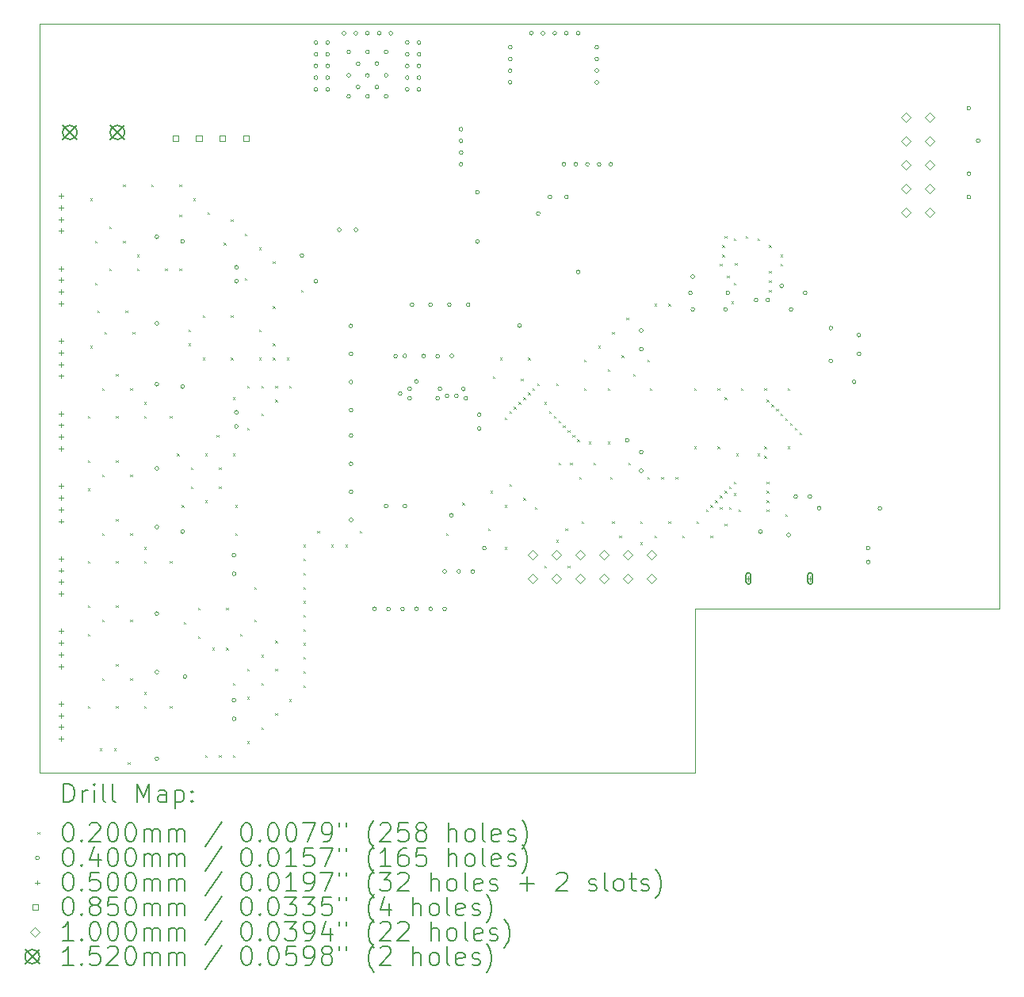
<source format=gbr>
%TF.GenerationSoftware,KiCad,Pcbnew,7.0.7*%
%TF.CreationDate,2023-09-24T13:57:46+10:00*%
%TF.ProjectId,fyp_nubots_ssl,6679705f-6e75-4626-9f74-735f73736c2e,rev?*%
%TF.SameCoordinates,Original*%
%TF.FileFunction,Drillmap*%
%TF.FilePolarity,Positive*%
%FSLAX45Y45*%
G04 Gerber Fmt 4.5, Leading zero omitted, Abs format (unit mm)*
G04 Created by KiCad (PCBNEW 7.0.7) date 2023-09-24 13:57:46*
%MOMM*%
%LPD*%
G01*
G04 APERTURE LIST*
%ADD10C,0.100000*%
%ADD11C,0.200000*%
%ADD12C,0.020000*%
%ADD13C,0.040000*%
%ADD14C,0.050000*%
%ADD15C,0.085000*%
%ADD16C,0.152000*%
G04 APERTURE END LIST*
D10*
X17500000Y-11500000D02*
X14250000Y-11500000D01*
X14250000Y-13250000D01*
X7250000Y-13250000D01*
X7250000Y-5250000D01*
X17500000Y-5250000D01*
X17500000Y-11500000D01*
D11*
D12*
X7765000Y-9440000D02*
X7785000Y-9460000D01*
X7785000Y-9440000D02*
X7765000Y-9460000D01*
X7765000Y-9915000D02*
X7785000Y-9935000D01*
X7785000Y-9915000D02*
X7765000Y-9935000D01*
X7765000Y-10215000D02*
X7785000Y-10235000D01*
X7785000Y-10215000D02*
X7765000Y-10235000D01*
X7765000Y-10990000D02*
X7785000Y-11010000D01*
X7785000Y-10990000D02*
X7765000Y-11010000D01*
X7765000Y-11465000D02*
X7785000Y-11485000D01*
X7785000Y-11465000D02*
X7765000Y-11485000D01*
X7765000Y-11765000D02*
X7785000Y-11785000D01*
X7785000Y-11765000D02*
X7765000Y-11785000D01*
X7765000Y-12540000D02*
X7785000Y-12560000D01*
X7785000Y-12540000D02*
X7765000Y-12560000D01*
X7790000Y-7115000D02*
X7810000Y-7135000D01*
X7810000Y-7115000D02*
X7790000Y-7135000D01*
X7790000Y-8690000D02*
X7810000Y-8710000D01*
X7810000Y-8690000D02*
X7790000Y-8710000D01*
X7840000Y-7565000D02*
X7860000Y-7585000D01*
X7860000Y-7565000D02*
X7840000Y-7585000D01*
X7840000Y-8015000D02*
X7860000Y-8035000D01*
X7860000Y-8015000D02*
X7840000Y-8035000D01*
X7865000Y-8315000D02*
X7885000Y-8335000D01*
X7885000Y-8315000D02*
X7865000Y-8335000D01*
X7890000Y-12990000D02*
X7910000Y-13010000D01*
X7910000Y-12990000D02*
X7890000Y-13010000D01*
X7915000Y-9140000D02*
X7935000Y-9160000D01*
X7935000Y-9140000D02*
X7915000Y-9160000D01*
X7915000Y-10065000D02*
X7935000Y-10085000D01*
X7935000Y-10065000D02*
X7915000Y-10085000D01*
X7915000Y-10690000D02*
X7935000Y-10710000D01*
X7935000Y-10690000D02*
X7915000Y-10710000D01*
X7915000Y-11615000D02*
X7935000Y-11635000D01*
X7935000Y-11615000D02*
X7915000Y-11635000D01*
X7915000Y-12240000D02*
X7935000Y-12260000D01*
X7935000Y-12240000D02*
X7915000Y-12260000D01*
X7940000Y-8540000D02*
X7960000Y-8560000D01*
X7960000Y-8540000D02*
X7940000Y-8560000D01*
X7990000Y-7415000D02*
X8010000Y-7435000D01*
X8010000Y-7415000D02*
X7990000Y-7435000D01*
X7990000Y-7865000D02*
X8010000Y-7885000D01*
X8010000Y-7865000D02*
X7990000Y-7885000D01*
X8040000Y-12990000D02*
X8060000Y-13010000D01*
X8060000Y-12990000D02*
X8040000Y-13010000D01*
X8065000Y-8990000D02*
X8085000Y-9010000D01*
X8085000Y-8990000D02*
X8065000Y-9010000D01*
X8065000Y-9440000D02*
X8085000Y-9460000D01*
X8085000Y-9440000D02*
X8065000Y-9460000D01*
X8065000Y-9915000D02*
X8085000Y-9935000D01*
X8085000Y-9915000D02*
X8065000Y-9935000D01*
X8065000Y-10540000D02*
X8085000Y-10560000D01*
X8085000Y-10540000D02*
X8065000Y-10560000D01*
X8065000Y-10990000D02*
X8085000Y-11010000D01*
X8085000Y-10990000D02*
X8065000Y-11010000D01*
X8065000Y-11465000D02*
X8085000Y-11485000D01*
X8085000Y-11465000D02*
X8065000Y-11485000D01*
X8065000Y-12090000D02*
X8085000Y-12110000D01*
X8085000Y-12090000D02*
X8065000Y-12110000D01*
X8065000Y-12540000D02*
X8085000Y-12560000D01*
X8085000Y-12540000D02*
X8065000Y-12560000D01*
X8140000Y-6965000D02*
X8160000Y-6985000D01*
X8160000Y-6965000D02*
X8140000Y-6985000D01*
X8140000Y-7565000D02*
X8160000Y-7585000D01*
X8160000Y-7565000D02*
X8140000Y-7585000D01*
X8165000Y-8315000D02*
X8185000Y-8335000D01*
X8185000Y-8315000D02*
X8165000Y-8335000D01*
X8190000Y-13140000D02*
X8210000Y-13160000D01*
X8210000Y-13140000D02*
X8190000Y-13160000D01*
X8215000Y-9140000D02*
X8235000Y-9160000D01*
X8235000Y-9140000D02*
X8215000Y-9160000D01*
X8215000Y-10065000D02*
X8235000Y-10085000D01*
X8235000Y-10065000D02*
X8215000Y-10085000D01*
X8215000Y-10690000D02*
X8235000Y-10710000D01*
X8235000Y-10690000D02*
X8215000Y-10710000D01*
X8215000Y-11615000D02*
X8235000Y-11635000D01*
X8235000Y-11615000D02*
X8215000Y-11635000D01*
X8215000Y-12240000D02*
X8235000Y-12260000D01*
X8235000Y-12240000D02*
X8215000Y-12260000D01*
X8240000Y-8540000D02*
X8260000Y-8560000D01*
X8260000Y-8540000D02*
X8240000Y-8560000D01*
X8290000Y-7715000D02*
X8310000Y-7735000D01*
X8310000Y-7715000D02*
X8290000Y-7735000D01*
X8290000Y-7865000D02*
X8310000Y-7885000D01*
X8310000Y-7865000D02*
X8290000Y-7885000D01*
X8365000Y-9290000D02*
X8385000Y-9310000D01*
X8385000Y-9290000D02*
X8365000Y-9310000D01*
X8365000Y-9440000D02*
X8385000Y-9460000D01*
X8385000Y-9440000D02*
X8365000Y-9460000D01*
X8365000Y-10840000D02*
X8385000Y-10860000D01*
X8385000Y-10840000D02*
X8365000Y-10860000D01*
X8365000Y-10990000D02*
X8385000Y-11010000D01*
X8385000Y-10990000D02*
X8365000Y-11010000D01*
X8365000Y-12390000D02*
X8385000Y-12410000D01*
X8385000Y-12390000D02*
X8365000Y-12410000D01*
X8365000Y-12540000D02*
X8385000Y-12560000D01*
X8385000Y-12540000D02*
X8365000Y-12560000D01*
X8440000Y-6965000D02*
X8460000Y-6985000D01*
X8460000Y-6965000D02*
X8440000Y-6985000D01*
X8590000Y-7865000D02*
X8610000Y-7885000D01*
X8610000Y-7865000D02*
X8590000Y-7885000D01*
X8640000Y-9440000D02*
X8660000Y-9460000D01*
X8660000Y-9440000D02*
X8640000Y-9460000D01*
X8640000Y-10990000D02*
X8660000Y-11010000D01*
X8660000Y-10990000D02*
X8640000Y-11010000D01*
X8640000Y-12540000D02*
X8660000Y-12560000D01*
X8660000Y-12540000D02*
X8640000Y-12560000D01*
X8715000Y-9840000D02*
X8735000Y-9860000D01*
X8735000Y-9840000D02*
X8715000Y-9860000D01*
X8740000Y-6965000D02*
X8760000Y-6985000D01*
X8760000Y-6965000D02*
X8740000Y-6985000D01*
X8740000Y-7290000D02*
X8760000Y-7310000D01*
X8760000Y-7290000D02*
X8740000Y-7310000D01*
X8740000Y-7865000D02*
X8760000Y-7885000D01*
X8760000Y-7865000D02*
X8740000Y-7885000D01*
X8765000Y-10390000D02*
X8785000Y-10410000D01*
X8785000Y-10390000D02*
X8765000Y-10410000D01*
X8790000Y-11640000D02*
X8810000Y-11660000D01*
X8810000Y-11640000D02*
X8790000Y-11660000D01*
X8840000Y-8515000D02*
X8860000Y-8535000D01*
X8860000Y-8515000D02*
X8840000Y-8535000D01*
X8840000Y-8665000D02*
X8860000Y-8685000D01*
X8860000Y-8665000D02*
X8840000Y-8685000D01*
X8865000Y-9990000D02*
X8885000Y-10010000D01*
X8885000Y-9990000D02*
X8865000Y-10010000D01*
X8865000Y-10190000D02*
X8885000Y-10210000D01*
X8885000Y-10190000D02*
X8865000Y-10210000D01*
X8890000Y-7115000D02*
X8910000Y-7135000D01*
X8910000Y-7115000D02*
X8890000Y-7135000D01*
X8940000Y-11490000D02*
X8960000Y-11510000D01*
X8960000Y-11490000D02*
X8940000Y-11510000D01*
X8940000Y-11790000D02*
X8960000Y-11810000D01*
X8960000Y-11790000D02*
X8940000Y-11810000D01*
X8990000Y-8365000D02*
X9010000Y-8385000D01*
X9010000Y-8365000D02*
X8990000Y-8385000D01*
X8990000Y-8815000D02*
X9010000Y-8835000D01*
X9010000Y-8815000D02*
X8990000Y-8835000D01*
X9015000Y-9840000D02*
X9035000Y-9860000D01*
X9035000Y-9840000D02*
X9015000Y-9860000D01*
X9015000Y-10340000D02*
X9035000Y-10360000D01*
X9035000Y-10340000D02*
X9015000Y-10360000D01*
X9015000Y-13065000D02*
X9035000Y-13085000D01*
X9035000Y-13065000D02*
X9015000Y-13085000D01*
X9040000Y-7265000D02*
X9060000Y-7285000D01*
X9060000Y-7265000D02*
X9040000Y-7285000D01*
X9090000Y-11915000D02*
X9110000Y-11935000D01*
X9110000Y-11915000D02*
X9090000Y-11935000D01*
X9140000Y-9640000D02*
X9160000Y-9660000D01*
X9160000Y-9640000D02*
X9140000Y-9660000D01*
X9165000Y-9990000D02*
X9185000Y-10010000D01*
X9185000Y-9990000D02*
X9165000Y-10010000D01*
X9165000Y-10190000D02*
X9185000Y-10210000D01*
X9185000Y-10190000D02*
X9165000Y-10210000D01*
X9165000Y-13065000D02*
X9185000Y-13085000D01*
X9185000Y-13065000D02*
X9165000Y-13085000D01*
X9215000Y-7590000D02*
X9235000Y-7610000D01*
X9235000Y-7590000D02*
X9215000Y-7610000D01*
X9240000Y-11490000D02*
X9260000Y-11510000D01*
X9260000Y-11490000D02*
X9240000Y-11510000D01*
X9240000Y-11915000D02*
X9260000Y-11935000D01*
X9260000Y-11915000D02*
X9240000Y-11935000D01*
X9290000Y-7340000D02*
X9310000Y-7360000D01*
X9310000Y-7340000D02*
X9290000Y-7360000D01*
X9290000Y-8365000D02*
X9310000Y-8385000D01*
X9310000Y-8365000D02*
X9290000Y-8385000D01*
X9290000Y-8815000D02*
X9310000Y-8835000D01*
X9310000Y-8815000D02*
X9290000Y-8835000D01*
X9315000Y-9240000D02*
X9335000Y-9260000D01*
X9335000Y-9240000D02*
X9315000Y-9260000D01*
X9315000Y-9840000D02*
X9335000Y-9860000D01*
X9335000Y-9840000D02*
X9315000Y-9860000D01*
X9315000Y-12290000D02*
X9335000Y-12310000D01*
X9335000Y-12290000D02*
X9315000Y-12310000D01*
X9315000Y-13065000D02*
X9335000Y-13085000D01*
X9335000Y-13065000D02*
X9315000Y-13085000D01*
X9340000Y-10390000D02*
X9360000Y-10410000D01*
X9360000Y-10390000D02*
X9340000Y-10410000D01*
X9340000Y-10690000D02*
X9360000Y-10710000D01*
X9360000Y-10690000D02*
X9340000Y-10710000D01*
X9390000Y-11765000D02*
X9410000Y-11785000D01*
X9410000Y-11765000D02*
X9390000Y-11785000D01*
X9440000Y-7490000D02*
X9460000Y-7510000D01*
X9460000Y-7490000D02*
X9440000Y-7510000D01*
X9440000Y-7965000D02*
X9460000Y-7985000D01*
X9460000Y-7965000D02*
X9440000Y-7985000D01*
X9465000Y-9115000D02*
X9485000Y-9135000D01*
X9485000Y-9115000D02*
X9465000Y-9135000D01*
X9465000Y-9565000D02*
X9485000Y-9585000D01*
X9485000Y-9565000D02*
X9465000Y-9585000D01*
X9465000Y-12140000D02*
X9485000Y-12160000D01*
X9485000Y-12140000D02*
X9465000Y-12160000D01*
X9465000Y-12440000D02*
X9485000Y-12460000D01*
X9485000Y-12440000D02*
X9465000Y-12460000D01*
X9465000Y-12915000D02*
X9485000Y-12935000D01*
X9485000Y-12915000D02*
X9465000Y-12935000D01*
X9540000Y-11265000D02*
X9560000Y-11285000D01*
X9560000Y-11265000D02*
X9540000Y-11285000D01*
X9540000Y-11615000D02*
X9560000Y-11635000D01*
X9560000Y-11615000D02*
X9540000Y-11635000D01*
X9590000Y-7640000D02*
X9610000Y-7660000D01*
X9610000Y-7640000D02*
X9590000Y-7660000D01*
X9590000Y-8515000D02*
X9610000Y-8535000D01*
X9610000Y-8515000D02*
X9590000Y-8535000D01*
X9590000Y-8815000D02*
X9610000Y-8835000D01*
X9610000Y-8815000D02*
X9590000Y-8835000D01*
X9615000Y-9115000D02*
X9635000Y-9135000D01*
X9635000Y-9115000D02*
X9615000Y-9135000D01*
X9615000Y-9415000D02*
X9635000Y-9435000D01*
X9635000Y-9415000D02*
X9615000Y-9435000D01*
X9615000Y-11990000D02*
X9635000Y-12010000D01*
X9635000Y-11990000D02*
X9615000Y-12010000D01*
X9615000Y-12290000D02*
X9635000Y-12310000D01*
X9635000Y-12290000D02*
X9615000Y-12310000D01*
X9615000Y-12765000D02*
X9635000Y-12785000D01*
X9635000Y-12765000D02*
X9615000Y-12785000D01*
X9740000Y-7790000D02*
X9760000Y-7810000D01*
X9760000Y-7790000D02*
X9740000Y-7810000D01*
X9740000Y-8265000D02*
X9760000Y-8285000D01*
X9760000Y-8265000D02*
X9740000Y-8285000D01*
X9740000Y-8665000D02*
X9760000Y-8685000D01*
X9760000Y-8665000D02*
X9740000Y-8685000D01*
X9740000Y-8815000D02*
X9760000Y-8835000D01*
X9760000Y-8815000D02*
X9740000Y-8835000D01*
X9765000Y-9115000D02*
X9785000Y-9135000D01*
X9785000Y-9115000D02*
X9765000Y-9135000D01*
X9765000Y-9265000D02*
X9785000Y-9285000D01*
X9785000Y-9265000D02*
X9765000Y-9285000D01*
X9765000Y-11840000D02*
X9785000Y-11860000D01*
X9785000Y-11840000D02*
X9765000Y-11860000D01*
X9765000Y-12140000D02*
X9785000Y-12160000D01*
X9785000Y-12140000D02*
X9765000Y-12160000D01*
X9765000Y-12615000D02*
X9785000Y-12635000D01*
X9785000Y-12615000D02*
X9765000Y-12635000D01*
X9890000Y-8815000D02*
X9910000Y-8835000D01*
X9910000Y-8815000D02*
X9890000Y-8835000D01*
X9915000Y-9115000D02*
X9935000Y-9135000D01*
X9935000Y-9115000D02*
X9915000Y-9135000D01*
X9915000Y-12465000D02*
X9935000Y-12485000D01*
X9935000Y-12465000D02*
X9915000Y-12485000D01*
X10040000Y-8090000D02*
X10060000Y-8110000D01*
X10060000Y-8090000D02*
X10040000Y-8110000D01*
X10065000Y-10815000D02*
X10085000Y-10835000D01*
X10085000Y-10815000D02*
X10065000Y-10835000D01*
X10065000Y-10965000D02*
X10085000Y-10985000D01*
X10085000Y-10965000D02*
X10065000Y-10985000D01*
X10065000Y-11115000D02*
X10085000Y-11135000D01*
X10085000Y-11115000D02*
X10065000Y-11135000D01*
X10065000Y-11265000D02*
X10085000Y-11285000D01*
X10085000Y-11265000D02*
X10065000Y-11285000D01*
X10065000Y-11415000D02*
X10085000Y-11435000D01*
X10085000Y-11415000D02*
X10065000Y-11435000D01*
X10065000Y-11565000D02*
X10085000Y-11585000D01*
X10085000Y-11565000D02*
X10065000Y-11585000D01*
X10065000Y-11715000D02*
X10085000Y-11735000D01*
X10085000Y-11715000D02*
X10065000Y-11735000D01*
X10065000Y-11865000D02*
X10085000Y-11885000D01*
X10085000Y-11865000D02*
X10065000Y-11885000D01*
X10065000Y-12015000D02*
X10085000Y-12035000D01*
X10085000Y-12015000D02*
X10065000Y-12035000D01*
X10065000Y-12165000D02*
X10085000Y-12185000D01*
X10085000Y-12165000D02*
X10065000Y-12185000D01*
X10065000Y-12315000D02*
X10085000Y-12335000D01*
X10085000Y-12315000D02*
X10065000Y-12335000D01*
X10215000Y-10665000D02*
X10235000Y-10685000D01*
X10235000Y-10665000D02*
X10215000Y-10685000D01*
X10365000Y-10815000D02*
X10385000Y-10835000D01*
X10385000Y-10815000D02*
X10365000Y-10835000D01*
X10515000Y-10815000D02*
X10535000Y-10835000D01*
X10535000Y-10815000D02*
X10515000Y-10835000D01*
X10665000Y-10665000D02*
X10685000Y-10685000D01*
X10685000Y-10665000D02*
X10665000Y-10685000D01*
X11590000Y-10690000D02*
X11610000Y-10710000D01*
X11610000Y-10690000D02*
X11590000Y-10710000D01*
X11765000Y-10365000D02*
X11785000Y-10385000D01*
X11785000Y-10365000D02*
X11765000Y-10385000D01*
X12040000Y-10640000D02*
X12060000Y-10660000D01*
X12060000Y-10640000D02*
X12040000Y-10660000D01*
X12065000Y-10240000D02*
X12085000Y-10260000D01*
X12085000Y-10240000D02*
X12065000Y-10260000D01*
X12090000Y-9015000D02*
X12110000Y-9035000D01*
X12110000Y-9015000D02*
X12090000Y-9035000D01*
X12165000Y-8815000D02*
X12185000Y-8835000D01*
X12185000Y-8815000D02*
X12165000Y-8835000D01*
X12215000Y-9457550D02*
X12235000Y-9477550D01*
X12235000Y-9457550D02*
X12215000Y-9477550D01*
X12215000Y-10390000D02*
X12235000Y-10410000D01*
X12235000Y-10390000D02*
X12215000Y-10410000D01*
X12215000Y-10840000D02*
X12235000Y-10860000D01*
X12235000Y-10840000D02*
X12215000Y-10860000D01*
X12265000Y-9390000D02*
X12285000Y-9410000D01*
X12285000Y-9390000D02*
X12265000Y-9410000D01*
X12265000Y-10165000D02*
X12285000Y-10185000D01*
X12285000Y-10165000D02*
X12265000Y-10185000D01*
X12315000Y-9340000D02*
X12335000Y-9360000D01*
X12335000Y-9340000D02*
X12315000Y-9360000D01*
X12365000Y-9290000D02*
X12385000Y-9310000D01*
X12385000Y-9290000D02*
X12365000Y-9310000D01*
X12390000Y-9040000D02*
X12410000Y-9060000D01*
X12410000Y-9040000D02*
X12390000Y-9060000D01*
X12415000Y-9240000D02*
X12435000Y-9260000D01*
X12435000Y-9240000D02*
X12415000Y-9260000D01*
X12415000Y-10315000D02*
X12435000Y-10335000D01*
X12435000Y-10315000D02*
X12415000Y-10335000D01*
X12465000Y-8815000D02*
X12485000Y-8835000D01*
X12485000Y-8815000D02*
X12465000Y-8835000D01*
X12465000Y-9190000D02*
X12485000Y-9210000D01*
X12485000Y-9190000D02*
X12465000Y-9210000D01*
X12515000Y-9140000D02*
X12535000Y-9160000D01*
X12535000Y-9140000D02*
X12515000Y-9160000D01*
X12540000Y-10415000D02*
X12560000Y-10435000D01*
X12560000Y-10415000D02*
X12540000Y-10435000D01*
X12565000Y-9090000D02*
X12585000Y-9110000D01*
X12585000Y-9090000D02*
X12565000Y-9110000D01*
X12640000Y-9290000D02*
X12660000Y-9310000D01*
X12660000Y-9290000D02*
X12640000Y-9310000D01*
X12640000Y-11040000D02*
X12660000Y-11060000D01*
X12660000Y-11040000D02*
X12640000Y-11060000D01*
X12690000Y-9390000D02*
X12710000Y-9410000D01*
X12710000Y-9390000D02*
X12690000Y-9410000D01*
X12740000Y-9440000D02*
X12760000Y-9460000D01*
X12760000Y-9440000D02*
X12740000Y-9460000D01*
X12765000Y-9090000D02*
X12785000Y-9110000D01*
X12785000Y-9090000D02*
X12765000Y-9110000D01*
X12765000Y-10765000D02*
X12785000Y-10785000D01*
X12785000Y-10765000D02*
X12765000Y-10785000D01*
X12790000Y-9490000D02*
X12810000Y-9510000D01*
X12810000Y-9490000D02*
X12790000Y-9510000D01*
X12790000Y-9940000D02*
X12810000Y-9960000D01*
X12810000Y-9940000D02*
X12790000Y-9960000D01*
X12840000Y-9540000D02*
X12860000Y-9560000D01*
X12860000Y-9540000D02*
X12840000Y-9560000D01*
X12865000Y-10640000D02*
X12885000Y-10660000D01*
X12885000Y-10640000D02*
X12865000Y-10660000D01*
X12890000Y-9590000D02*
X12910000Y-9610000D01*
X12910000Y-9590000D02*
X12890000Y-9610000D01*
X12890000Y-11040000D02*
X12910000Y-11060000D01*
X12910000Y-11040000D02*
X12890000Y-11060000D01*
X12915000Y-9940000D02*
X12935000Y-9960000D01*
X12935000Y-9940000D02*
X12915000Y-9960000D01*
X12940000Y-9640000D02*
X12960000Y-9660000D01*
X12960000Y-9640000D02*
X12940000Y-9660000D01*
X12990000Y-9690000D02*
X13010000Y-9710000D01*
X13010000Y-9690000D02*
X12990000Y-9710000D01*
X13015000Y-10090000D02*
X13035000Y-10110000D01*
X13035000Y-10090000D02*
X13015000Y-10110000D01*
X13040000Y-10565000D02*
X13060000Y-10585000D01*
X13060000Y-10565000D02*
X13040000Y-10585000D01*
X13065000Y-8840000D02*
X13085000Y-8860000D01*
X13085000Y-8840000D02*
X13065000Y-8860000D01*
X13065000Y-9140000D02*
X13085000Y-9160000D01*
X13085000Y-9140000D02*
X13065000Y-9160000D01*
X13115000Y-9715000D02*
X13135000Y-9735000D01*
X13135000Y-9715000D02*
X13115000Y-9735000D01*
X13165000Y-9940000D02*
X13185000Y-9960000D01*
X13185000Y-9940000D02*
X13165000Y-9960000D01*
X13215000Y-8690000D02*
X13235000Y-8710000D01*
X13235000Y-8690000D02*
X13215000Y-8710000D01*
X13315000Y-8940000D02*
X13335000Y-8960000D01*
X13335000Y-8940000D02*
X13315000Y-8960000D01*
X13315000Y-9140000D02*
X13335000Y-9160000D01*
X13335000Y-9140000D02*
X13315000Y-9160000D01*
X13315000Y-9715000D02*
X13335000Y-9735000D01*
X13335000Y-9715000D02*
X13315000Y-9735000D01*
X13340000Y-10090000D02*
X13360000Y-10110000D01*
X13360000Y-10090000D02*
X13340000Y-10110000D01*
X13365000Y-8540000D02*
X13385000Y-8560000D01*
X13385000Y-8540000D02*
X13365000Y-8560000D01*
X13365000Y-10565000D02*
X13385000Y-10585000D01*
X13385000Y-10565000D02*
X13365000Y-10585000D01*
X13440000Y-10715000D02*
X13460000Y-10735000D01*
X13460000Y-10715000D02*
X13440000Y-10735000D01*
X13465000Y-8790000D02*
X13485000Y-8810000D01*
X13485000Y-8790000D02*
X13465000Y-8810000D01*
X13515000Y-8390000D02*
X13535000Y-8410000D01*
X13535000Y-8390000D02*
X13515000Y-8410000D01*
X13540000Y-9940000D02*
X13560000Y-9960000D01*
X13560000Y-9940000D02*
X13540000Y-9960000D01*
X13590000Y-8990000D02*
X13610000Y-9010000D01*
X13610000Y-8990000D02*
X13590000Y-9010000D01*
X13665000Y-10565000D02*
X13685000Y-10585000D01*
X13685000Y-10565000D02*
X13665000Y-10585000D01*
X13665000Y-10790000D02*
X13685000Y-10810000D01*
X13685000Y-10790000D02*
X13665000Y-10810000D01*
X13740000Y-8840000D02*
X13760000Y-8860000D01*
X13760000Y-8840000D02*
X13740000Y-8860000D01*
X13740000Y-10090000D02*
X13760000Y-10110000D01*
X13760000Y-10090000D02*
X13740000Y-10110000D01*
X13765000Y-9140000D02*
X13785000Y-9160000D01*
X13785000Y-9140000D02*
X13765000Y-9160000D01*
X13815000Y-8240000D02*
X13835000Y-8260000D01*
X13835000Y-8240000D02*
X13815000Y-8260000D01*
X13815000Y-10715000D02*
X13835000Y-10735000D01*
X13835000Y-10715000D02*
X13815000Y-10735000D01*
X13890000Y-10090000D02*
X13910000Y-10110000D01*
X13910000Y-10090000D02*
X13890000Y-10110000D01*
X13965000Y-8240000D02*
X13985000Y-8260000D01*
X13985000Y-8240000D02*
X13965000Y-8260000D01*
X13965000Y-10565000D02*
X13985000Y-10585000D01*
X13985000Y-10565000D02*
X13965000Y-10585000D01*
X14040000Y-10090000D02*
X14060000Y-10110000D01*
X14060000Y-10090000D02*
X14040000Y-10110000D01*
X14115000Y-10715000D02*
X14135000Y-10735000D01*
X14135000Y-10715000D02*
X14115000Y-10735000D01*
X14240000Y-9140000D02*
X14260000Y-9160000D01*
X14260000Y-9140000D02*
X14240000Y-9160000D01*
X14240000Y-9765000D02*
X14260000Y-9785000D01*
X14260000Y-9765000D02*
X14240000Y-9785000D01*
X14265000Y-10565000D02*
X14285000Y-10585000D01*
X14285000Y-10565000D02*
X14265000Y-10585000D01*
X14365000Y-10440000D02*
X14385000Y-10460000D01*
X14385000Y-10440000D02*
X14365000Y-10460000D01*
X14415000Y-10390000D02*
X14435000Y-10410000D01*
X14435000Y-10390000D02*
X14415000Y-10410000D01*
X14415000Y-10715000D02*
X14435000Y-10735000D01*
X14435000Y-10715000D02*
X14415000Y-10735000D01*
X14465000Y-10340000D02*
X14485000Y-10360000D01*
X14485000Y-10340000D02*
X14465000Y-10360000D01*
X14490000Y-9140000D02*
X14510000Y-9160000D01*
X14510000Y-9140000D02*
X14490000Y-9160000D01*
X14490000Y-9765000D02*
X14510000Y-9785000D01*
X14510000Y-9765000D02*
X14490000Y-9785000D01*
X14515000Y-7815000D02*
X14535000Y-7835000D01*
X14535000Y-7815000D02*
X14515000Y-7835000D01*
X14515000Y-10290000D02*
X14535000Y-10310000D01*
X14535000Y-10290000D02*
X14515000Y-10310000D01*
X14515000Y-10415000D02*
X14535000Y-10435000D01*
X14535000Y-10415000D02*
X14515000Y-10435000D01*
X14539920Y-7714957D02*
X14559920Y-7734957D01*
X14559920Y-7714957D02*
X14539920Y-7734957D01*
X14540000Y-7615000D02*
X14560000Y-7635000D01*
X14560000Y-7615000D02*
X14540000Y-7635000D01*
X14565000Y-7515000D02*
X14585000Y-7535000D01*
X14585000Y-7515000D02*
X14565000Y-7535000D01*
X14565000Y-9240000D02*
X14585000Y-9260000D01*
X14585000Y-9240000D02*
X14565000Y-9260000D01*
X14565000Y-10240000D02*
X14585000Y-10260000D01*
X14585000Y-10240000D02*
X14565000Y-10260000D01*
X14565000Y-10590000D02*
X14585000Y-10610000D01*
X14585000Y-10590000D02*
X14565000Y-10610000D01*
X14590000Y-7940000D02*
X14610000Y-7960000D01*
X14610000Y-7940000D02*
X14590000Y-7960000D01*
X14615000Y-10190000D02*
X14635000Y-10210000D01*
X14635000Y-10190000D02*
X14615000Y-10210000D01*
X14615000Y-10415000D02*
X14635000Y-10435000D01*
X14635000Y-10415000D02*
X14615000Y-10435000D01*
X14640000Y-8215000D02*
X14660000Y-8235000D01*
X14660000Y-8215000D02*
X14640000Y-8235000D01*
X14665000Y-7540000D02*
X14685000Y-7560000D01*
X14685000Y-7540000D02*
X14665000Y-7560000D01*
X14665000Y-8015000D02*
X14685000Y-8035000D01*
X14685000Y-8015000D02*
X14665000Y-8035000D01*
X14665000Y-10140000D02*
X14685000Y-10160000D01*
X14685000Y-10140000D02*
X14665000Y-10160000D01*
X14665000Y-10265000D02*
X14685000Y-10285000D01*
X14685000Y-10265000D02*
X14665000Y-10285000D01*
X14676230Y-7803770D02*
X14696230Y-7823770D01*
X14696230Y-7803770D02*
X14676230Y-7823770D01*
X14690000Y-9840000D02*
X14710000Y-9860000D01*
X14710000Y-9840000D02*
X14690000Y-9860000D01*
X14715000Y-10440000D02*
X14735000Y-10460000D01*
X14735000Y-10440000D02*
X14715000Y-10460000D01*
X14740000Y-9140000D02*
X14760000Y-9160000D01*
X14760000Y-9140000D02*
X14740000Y-9160000D01*
X14790000Y-7515000D02*
X14810000Y-7535000D01*
X14810000Y-7515000D02*
X14790000Y-7535000D01*
X14915000Y-7540000D02*
X14935000Y-7560000D01*
X14935000Y-7540000D02*
X14915000Y-7560000D01*
X14915000Y-9840000D02*
X14935000Y-9860000D01*
X14935000Y-9840000D02*
X14915000Y-9860000D01*
X14990000Y-9140000D02*
X15010000Y-9160000D01*
X15010000Y-9140000D02*
X14990000Y-9160000D01*
X14990000Y-9765000D02*
X15010000Y-9785000D01*
X15010000Y-9765000D02*
X14990000Y-9785000D01*
X14990000Y-9865000D02*
X15010000Y-9885000D01*
X15010000Y-9865000D02*
X14990000Y-9885000D01*
X15015000Y-9265000D02*
X15035000Y-9285000D01*
X15035000Y-9265000D02*
X15015000Y-9285000D01*
X15015000Y-10140000D02*
X15035000Y-10160000D01*
X15035000Y-10140000D02*
X15015000Y-10160000D01*
X15015000Y-10240000D02*
X15035000Y-10260000D01*
X15035000Y-10240000D02*
X15015000Y-10260000D01*
X15015000Y-10340000D02*
X15035000Y-10360000D01*
X15035000Y-10340000D02*
X15015000Y-10360000D01*
X15015000Y-10440000D02*
X15035000Y-10460000D01*
X15035000Y-10440000D02*
X15015000Y-10460000D01*
X15040000Y-7615000D02*
X15060000Y-7635000D01*
X15060000Y-7615000D02*
X15040000Y-7635000D01*
X15040000Y-7890000D02*
X15060000Y-7910000D01*
X15060000Y-7890000D02*
X15040000Y-7910000D01*
X15040000Y-7990000D02*
X15060000Y-8010000D01*
X15060000Y-7990000D02*
X15040000Y-8010000D01*
X15040000Y-8090000D02*
X15060000Y-8110000D01*
X15060000Y-8090000D02*
X15040000Y-8110000D01*
X15065000Y-9315000D02*
X15085000Y-9335000D01*
X15085000Y-9315000D02*
X15065000Y-9335000D01*
X15115000Y-9365000D02*
X15135000Y-9385000D01*
X15135000Y-9365000D02*
X15115000Y-9385000D01*
X15165000Y-7715000D02*
X15185000Y-7735000D01*
X15185000Y-7715000D02*
X15165000Y-7735000D01*
X15165000Y-7815000D02*
X15185000Y-7835000D01*
X15185000Y-7815000D02*
X15165000Y-7835000D01*
X15165000Y-9415000D02*
X15185000Y-9435000D01*
X15185000Y-9415000D02*
X15165000Y-9435000D01*
X15215000Y-9465000D02*
X15235000Y-9485000D01*
X15235000Y-9465000D02*
X15215000Y-9485000D01*
X15215000Y-10490000D02*
X15235000Y-10510000D01*
X15235000Y-10490000D02*
X15215000Y-10510000D01*
X15240000Y-9140000D02*
X15260000Y-9160000D01*
X15260000Y-9140000D02*
X15240000Y-9160000D01*
X15240000Y-9765000D02*
X15260000Y-9785000D01*
X15260000Y-9765000D02*
X15240000Y-9785000D01*
X15265000Y-9515000D02*
X15285000Y-9535000D01*
X15285000Y-9515000D02*
X15265000Y-9535000D01*
X15315000Y-9565000D02*
X15335000Y-9585000D01*
X15335000Y-9565000D02*
X15315000Y-9585000D01*
X15365000Y-9615000D02*
X15385000Y-9635000D01*
X15385000Y-9615000D02*
X15365000Y-9635000D01*
D13*
X8520000Y-7525000D02*
G75*
G03*
X8520000Y-7525000I-20000J0D01*
G01*
X8520000Y-8450000D02*
G75*
G03*
X8520000Y-8450000I-20000J0D01*
G01*
X8520000Y-9100000D02*
G75*
G03*
X8520000Y-9100000I-20000J0D01*
G01*
X8520000Y-10000000D02*
G75*
G03*
X8520000Y-10000000I-20000J0D01*
G01*
X8520000Y-10625000D02*
G75*
G03*
X8520000Y-10625000I-20000J0D01*
G01*
X8520000Y-11550000D02*
G75*
G03*
X8520000Y-11550000I-20000J0D01*
G01*
X8520000Y-12175000D02*
G75*
G03*
X8520000Y-12175000I-20000J0D01*
G01*
X8520000Y-13100000D02*
G75*
G03*
X8520000Y-13100000I-20000J0D01*
G01*
X8795000Y-7575000D02*
G75*
G03*
X8795000Y-7575000I-20000J0D01*
G01*
X8795000Y-9125000D02*
G75*
G03*
X8795000Y-9125000I-20000J0D01*
G01*
X8795000Y-10675000D02*
G75*
G03*
X8795000Y-10675000I-20000J0D01*
G01*
X8820000Y-12225000D02*
G75*
G03*
X8820000Y-12225000I-20000J0D01*
G01*
X9345000Y-10925000D02*
G75*
G03*
X9345000Y-10925000I-20000J0D01*
G01*
X9345000Y-11125000D02*
G75*
G03*
X9345000Y-11125000I-20000J0D01*
G01*
X9345000Y-12475000D02*
G75*
G03*
X9345000Y-12475000I-20000J0D01*
G01*
X9345000Y-12675000D02*
G75*
G03*
X9345000Y-12675000I-20000J0D01*
G01*
X9370000Y-7850000D02*
G75*
G03*
X9370000Y-7850000I-20000J0D01*
G01*
X9370000Y-8000000D02*
G75*
G03*
X9370000Y-8000000I-20000J0D01*
G01*
X9370000Y-9400000D02*
G75*
G03*
X9370000Y-9400000I-20000J0D01*
G01*
X9370000Y-9550000D02*
G75*
G03*
X9370000Y-9550000I-20000J0D01*
G01*
X10070000Y-7725000D02*
G75*
G03*
X10070000Y-7725000I-20000J0D01*
G01*
X10220000Y-5450000D02*
G75*
G03*
X10220000Y-5450000I-20000J0D01*
G01*
X10220000Y-5575000D02*
G75*
G03*
X10220000Y-5575000I-20000J0D01*
G01*
X10220000Y-5700000D02*
G75*
G03*
X10220000Y-5700000I-20000J0D01*
G01*
X10220000Y-5825000D02*
G75*
G03*
X10220000Y-5825000I-20000J0D01*
G01*
X10220000Y-5950000D02*
G75*
G03*
X10220000Y-5950000I-20000J0D01*
G01*
X10220000Y-8000000D02*
G75*
G03*
X10220000Y-8000000I-20000J0D01*
G01*
X10345000Y-5450000D02*
G75*
G03*
X10345000Y-5450000I-20000J0D01*
G01*
X10345000Y-5575000D02*
G75*
G03*
X10345000Y-5575000I-20000J0D01*
G01*
X10345000Y-5700000D02*
G75*
G03*
X10345000Y-5700000I-20000J0D01*
G01*
X10345000Y-5825000D02*
G75*
G03*
X10345000Y-5825000I-20000J0D01*
G01*
X10345000Y-5950000D02*
G75*
G03*
X10345000Y-5950000I-20000J0D01*
G01*
X10470000Y-7450000D02*
G75*
G03*
X10470000Y-7450000I-20000J0D01*
G01*
X10520000Y-5350000D02*
G75*
G03*
X10520000Y-5350000I-20000J0D01*
G01*
X10570000Y-5550000D02*
G75*
G03*
X10570000Y-5550000I-20000J0D01*
G01*
X10570000Y-5800000D02*
G75*
G03*
X10570000Y-5800000I-20000J0D01*
G01*
X10570000Y-6025000D02*
G75*
G03*
X10570000Y-6025000I-20000J0D01*
G01*
X10593770Y-8476230D02*
G75*
G03*
X10593770Y-8476230I-20000J0D01*
G01*
X10593770Y-8776230D02*
G75*
G03*
X10593770Y-8776230I-20000J0D01*
G01*
X10593770Y-9076230D02*
G75*
G03*
X10593770Y-9076230I-20000J0D01*
G01*
X10595000Y-9375000D02*
G75*
G03*
X10595000Y-9375000I-20000J0D01*
G01*
X10595000Y-9650000D02*
G75*
G03*
X10595000Y-9650000I-20000J0D01*
G01*
X10595000Y-9950000D02*
G75*
G03*
X10595000Y-9950000I-20000J0D01*
G01*
X10595000Y-10250000D02*
G75*
G03*
X10595000Y-10250000I-20000J0D01*
G01*
X10595000Y-10550000D02*
G75*
G03*
X10595000Y-10550000I-20000J0D01*
G01*
X10645000Y-5350000D02*
G75*
G03*
X10645000Y-5350000I-20000J0D01*
G01*
X10647500Y-7450000D02*
G75*
G03*
X10647500Y-7450000I-20000J0D01*
G01*
X10670000Y-5675000D02*
G75*
G03*
X10670000Y-5675000I-20000J0D01*
G01*
X10670000Y-5925000D02*
G75*
G03*
X10670000Y-5925000I-20000J0D01*
G01*
X10770000Y-5350000D02*
G75*
G03*
X10770000Y-5350000I-20000J0D01*
G01*
X10770000Y-5550000D02*
G75*
G03*
X10770000Y-5550000I-20000J0D01*
G01*
X10770000Y-5800000D02*
G75*
G03*
X10770000Y-5800000I-20000J0D01*
G01*
X10770000Y-6025000D02*
G75*
G03*
X10770000Y-6025000I-20000J0D01*
G01*
X10845000Y-11500000D02*
G75*
G03*
X10845000Y-11500000I-20000J0D01*
G01*
X10870000Y-5675000D02*
G75*
G03*
X10870000Y-5675000I-20000J0D01*
G01*
X10870000Y-5925000D02*
G75*
G03*
X10870000Y-5925000I-20000J0D01*
G01*
X10895000Y-5350000D02*
G75*
G03*
X10895000Y-5350000I-20000J0D01*
G01*
X10970000Y-5550000D02*
G75*
G03*
X10970000Y-5550000I-20000J0D01*
G01*
X10970000Y-5800000D02*
G75*
G03*
X10970000Y-5800000I-20000J0D01*
G01*
X10970000Y-6025000D02*
G75*
G03*
X10970000Y-6025000I-20000J0D01*
G01*
X10970000Y-10400000D02*
G75*
G03*
X10970000Y-10400000I-20000J0D01*
G01*
X10995000Y-11500000D02*
G75*
G03*
X10995000Y-11500000I-20000J0D01*
G01*
X11020000Y-5350000D02*
G75*
G03*
X11020000Y-5350000I-20000J0D01*
G01*
X11070000Y-8800000D02*
G75*
G03*
X11070000Y-8800000I-20000J0D01*
G01*
X11120000Y-9200000D02*
G75*
G03*
X11120000Y-9200000I-20000J0D01*
G01*
X11145000Y-11500000D02*
G75*
G03*
X11145000Y-11500000I-20000J0D01*
G01*
X11169313Y-8797548D02*
G75*
G03*
X11169313Y-8797548I-20000J0D01*
G01*
X11170000Y-10400000D02*
G75*
G03*
X11170000Y-10400000I-20000J0D01*
G01*
X11195000Y-5450000D02*
G75*
G03*
X11195000Y-5450000I-20000J0D01*
G01*
X11195000Y-5575000D02*
G75*
G03*
X11195000Y-5575000I-20000J0D01*
G01*
X11195000Y-5700000D02*
G75*
G03*
X11195000Y-5700000I-20000J0D01*
G01*
X11195000Y-5825000D02*
G75*
G03*
X11195000Y-5825000I-20000J0D01*
G01*
X11195000Y-5950000D02*
G75*
G03*
X11195000Y-5950000I-20000J0D01*
G01*
X11220000Y-9150000D02*
G75*
G03*
X11220000Y-9150000I-20000J0D01*
G01*
X11220000Y-9250000D02*
G75*
G03*
X11220000Y-9250000I-20000J0D01*
G01*
X11245000Y-8250000D02*
G75*
G03*
X11245000Y-8250000I-20000J0D01*
G01*
X11292525Y-9069950D02*
G75*
G03*
X11292525Y-9069950I-20000J0D01*
G01*
X11295000Y-11500000D02*
G75*
G03*
X11295000Y-11500000I-20000J0D01*
G01*
X11320000Y-5450000D02*
G75*
G03*
X11320000Y-5450000I-20000J0D01*
G01*
X11320000Y-5575000D02*
G75*
G03*
X11320000Y-5575000I-20000J0D01*
G01*
X11320000Y-5700000D02*
G75*
G03*
X11320000Y-5700000I-20000J0D01*
G01*
X11320000Y-5825000D02*
G75*
G03*
X11320000Y-5825000I-20000J0D01*
G01*
X11320000Y-5950000D02*
G75*
G03*
X11320000Y-5950000I-20000J0D01*
G01*
X11370575Y-8797517D02*
G75*
G03*
X11370575Y-8797517I-20000J0D01*
G01*
X11445000Y-8250000D02*
G75*
G03*
X11445000Y-8250000I-20000J0D01*
G01*
X11445000Y-11500000D02*
G75*
G03*
X11445000Y-11500000I-20000J0D01*
G01*
X11520000Y-8800000D02*
G75*
G03*
X11520000Y-8800000I-20000J0D01*
G01*
X11520000Y-9250000D02*
G75*
G03*
X11520000Y-9250000I-20000J0D01*
G01*
X11545000Y-9150000D02*
G75*
G03*
X11545000Y-9150000I-20000J0D01*
G01*
X11595000Y-11100000D02*
G75*
G03*
X11595000Y-11100000I-20000J0D01*
G01*
X11595000Y-11500000D02*
G75*
G03*
X11595000Y-11500000I-20000J0D01*
G01*
X11620000Y-9225000D02*
G75*
G03*
X11620000Y-9225000I-20000J0D01*
G01*
X11645000Y-8250000D02*
G75*
G03*
X11645000Y-8250000I-20000J0D01*
G01*
X11667450Y-10500000D02*
G75*
G03*
X11667450Y-10500000I-20000J0D01*
G01*
X11670000Y-8797548D02*
G75*
G03*
X11670000Y-8797548I-20000J0D01*
G01*
X11720000Y-9225000D02*
G75*
G03*
X11720000Y-9225000I-20000J0D01*
G01*
X11745000Y-11100000D02*
G75*
G03*
X11745000Y-11100000I-20000J0D01*
G01*
X11770000Y-6375000D02*
G75*
G03*
X11770000Y-6375000I-20000J0D01*
G01*
X11770000Y-6500000D02*
G75*
G03*
X11770000Y-6500000I-20000J0D01*
G01*
X11770000Y-6625000D02*
G75*
G03*
X11770000Y-6625000I-20000J0D01*
G01*
X11770000Y-6750000D02*
G75*
G03*
X11770000Y-6750000I-20000J0D01*
G01*
X11795000Y-9150000D02*
G75*
G03*
X11795000Y-9150000I-20000J0D01*
G01*
X11820000Y-9250000D02*
G75*
G03*
X11820000Y-9250000I-20000J0D01*
G01*
X11845000Y-8250000D02*
G75*
G03*
X11845000Y-8250000I-20000J0D01*
G01*
X11895000Y-11100000D02*
G75*
G03*
X11895000Y-11100000I-20000J0D01*
G01*
X11945000Y-7047500D02*
G75*
G03*
X11945000Y-7047500I-20000J0D01*
G01*
X11945000Y-7575000D02*
G75*
G03*
X11945000Y-7575000I-20000J0D01*
G01*
X11964734Y-9424515D02*
G75*
G03*
X11964734Y-9424515I-20000J0D01*
G01*
X11964734Y-9574515D02*
G75*
G03*
X11964734Y-9574515I-20000J0D01*
G01*
X12018770Y-10851230D02*
G75*
G03*
X12018770Y-10851230I-20000J0D01*
G01*
X12295000Y-5500000D02*
G75*
G03*
X12295000Y-5500000I-20000J0D01*
G01*
X12295000Y-5625000D02*
G75*
G03*
X12295000Y-5625000I-20000J0D01*
G01*
X12295000Y-5750000D02*
G75*
G03*
X12295000Y-5750000I-20000J0D01*
G01*
X12295000Y-5875000D02*
G75*
G03*
X12295000Y-5875000I-20000J0D01*
G01*
X12395000Y-8475000D02*
G75*
G03*
X12395000Y-8475000I-20000J0D01*
G01*
X12520000Y-5350000D02*
G75*
G03*
X12520000Y-5350000I-20000J0D01*
G01*
X12595000Y-7275000D02*
G75*
G03*
X12595000Y-7275000I-20000J0D01*
G01*
X12645000Y-5350000D02*
G75*
G03*
X12645000Y-5350000I-20000J0D01*
G01*
X12720000Y-7100000D02*
G75*
G03*
X12720000Y-7100000I-20000J0D01*
G01*
X12770000Y-5350000D02*
G75*
G03*
X12770000Y-5350000I-20000J0D01*
G01*
X12870000Y-6750000D02*
G75*
G03*
X12870000Y-6750000I-20000J0D01*
G01*
X12895000Y-5350000D02*
G75*
G03*
X12895000Y-5350000I-20000J0D01*
G01*
X12895000Y-7100000D02*
G75*
G03*
X12895000Y-7100000I-20000J0D01*
G01*
X12995000Y-6750000D02*
G75*
G03*
X12995000Y-6750000I-20000J0D01*
G01*
X13020000Y-5350000D02*
G75*
G03*
X13020000Y-5350000I-20000J0D01*
G01*
X13020000Y-7900000D02*
G75*
G03*
X13020000Y-7900000I-20000J0D01*
G01*
X13120000Y-6750000D02*
G75*
G03*
X13120000Y-6750000I-20000J0D01*
G01*
X13220000Y-5500000D02*
G75*
G03*
X13220000Y-5500000I-20000J0D01*
G01*
X13220000Y-5625000D02*
G75*
G03*
X13220000Y-5625000I-20000J0D01*
G01*
X13220000Y-5750000D02*
G75*
G03*
X13220000Y-5750000I-20000J0D01*
G01*
X13220000Y-5875000D02*
G75*
G03*
X13220000Y-5875000I-20000J0D01*
G01*
X13245000Y-6750000D02*
G75*
G03*
X13245000Y-6750000I-20000J0D01*
G01*
X13370000Y-6750000D02*
G75*
G03*
X13370000Y-6750000I-20000J0D01*
G01*
X13545000Y-9700000D02*
G75*
G03*
X13545000Y-9700000I-20000J0D01*
G01*
X13695000Y-8525000D02*
G75*
G03*
X13695000Y-8525000I-20000J0D01*
G01*
X13695000Y-8725000D02*
G75*
G03*
X13695000Y-8725000I-20000J0D01*
G01*
X13695000Y-9825000D02*
G75*
G03*
X13695000Y-9825000I-20000J0D01*
G01*
X13695000Y-10025000D02*
G75*
G03*
X13695000Y-10025000I-20000J0D01*
G01*
X14220000Y-8125000D02*
G75*
G03*
X14220000Y-8125000I-20000J0D01*
G01*
X14245000Y-7950000D02*
G75*
G03*
X14245000Y-7950000I-20000J0D01*
G01*
X14245000Y-8300000D02*
G75*
G03*
X14245000Y-8300000I-20000J0D01*
G01*
X14595000Y-8300000D02*
G75*
G03*
X14595000Y-8300000I-20000J0D01*
G01*
X14620000Y-8125000D02*
G75*
G03*
X14620000Y-8125000I-20000J0D01*
G01*
X14921730Y-8201730D02*
G75*
G03*
X14921730Y-8201730I-20000J0D01*
G01*
X14970000Y-10675000D02*
G75*
G03*
X14970000Y-10675000I-20000J0D01*
G01*
X15045000Y-8200000D02*
G75*
G03*
X15045000Y-8200000I-20000J0D01*
G01*
X15195000Y-8050000D02*
G75*
G03*
X15195000Y-8050000I-20000J0D01*
G01*
X15270000Y-10710000D02*
G75*
G03*
X15270000Y-10710000I-20000J0D01*
G01*
X15295000Y-8300000D02*
G75*
G03*
X15295000Y-8300000I-20000J0D01*
G01*
X15345000Y-10300000D02*
G75*
G03*
X15345000Y-10300000I-20000J0D01*
G01*
X15445000Y-8125000D02*
G75*
G03*
X15445000Y-8125000I-20000J0D01*
G01*
X15495000Y-10300000D02*
G75*
G03*
X15495000Y-10300000I-20000J0D01*
G01*
X15595000Y-10425000D02*
G75*
G03*
X15595000Y-10425000I-20000J0D01*
G01*
X15720000Y-8500000D02*
G75*
G03*
X15720000Y-8500000I-20000J0D01*
G01*
X15720000Y-8850000D02*
G75*
G03*
X15720000Y-8850000I-20000J0D01*
G01*
X15970000Y-9075000D02*
G75*
G03*
X15970000Y-9075000I-20000J0D01*
G01*
X16020000Y-8575000D02*
G75*
G03*
X16020000Y-8575000I-20000J0D01*
G01*
X16020000Y-8775000D02*
G75*
G03*
X16020000Y-8775000I-20000J0D01*
G01*
X16120000Y-10850000D02*
G75*
G03*
X16120000Y-10850000I-20000J0D01*
G01*
X16120000Y-11000000D02*
G75*
G03*
X16120000Y-11000000I-20000J0D01*
G01*
X16245000Y-10425000D02*
G75*
G03*
X16245000Y-10425000I-20000J0D01*
G01*
X17195000Y-6150000D02*
G75*
G03*
X17195000Y-6150000I-20000J0D01*
G01*
X17195000Y-6850000D02*
G75*
G03*
X17195000Y-6850000I-20000J0D01*
G01*
X17195000Y-7100000D02*
G75*
G03*
X17195000Y-7100000I-20000J0D01*
G01*
X17295000Y-6500000D02*
G75*
G03*
X17295000Y-6500000I-20000J0D01*
G01*
D14*
X7480000Y-7062500D02*
X7480000Y-7112500D01*
X7455000Y-7087500D02*
X7505000Y-7087500D01*
X7480000Y-7187500D02*
X7480000Y-7237500D01*
X7455000Y-7212500D02*
X7505000Y-7212500D01*
X7480000Y-7312500D02*
X7480000Y-7362500D01*
X7455000Y-7337500D02*
X7505000Y-7337500D01*
X7480000Y-7437500D02*
X7480000Y-7487500D01*
X7455000Y-7462500D02*
X7505000Y-7462500D01*
X7480000Y-7837500D02*
X7480000Y-7887500D01*
X7455000Y-7862500D02*
X7505000Y-7862500D01*
X7480000Y-7962500D02*
X7480000Y-8012500D01*
X7455000Y-7987500D02*
X7505000Y-7987500D01*
X7480000Y-8087500D02*
X7480000Y-8137500D01*
X7455000Y-8112500D02*
X7505000Y-8112500D01*
X7480000Y-8212500D02*
X7480000Y-8262500D01*
X7455000Y-8237500D02*
X7505000Y-8237500D01*
X7480000Y-8612500D02*
X7480000Y-8662500D01*
X7455000Y-8637500D02*
X7505000Y-8637500D01*
X7480000Y-8737500D02*
X7480000Y-8787500D01*
X7455000Y-8762500D02*
X7505000Y-8762500D01*
X7480000Y-8862500D02*
X7480000Y-8912500D01*
X7455000Y-8887500D02*
X7505000Y-8887500D01*
X7480000Y-8987500D02*
X7480000Y-9037500D01*
X7455000Y-9012500D02*
X7505000Y-9012500D01*
X7480000Y-9387500D02*
X7480000Y-9437500D01*
X7455000Y-9412500D02*
X7505000Y-9412500D01*
X7480000Y-9512500D02*
X7480000Y-9562500D01*
X7455000Y-9537500D02*
X7505000Y-9537500D01*
X7480000Y-9637500D02*
X7480000Y-9687500D01*
X7455000Y-9662500D02*
X7505000Y-9662500D01*
X7480000Y-9762500D02*
X7480000Y-9812500D01*
X7455000Y-9787500D02*
X7505000Y-9787500D01*
X7480000Y-10162500D02*
X7480000Y-10212500D01*
X7455000Y-10187500D02*
X7505000Y-10187500D01*
X7480000Y-10287500D02*
X7480000Y-10337500D01*
X7455000Y-10312500D02*
X7505000Y-10312500D01*
X7480000Y-10412500D02*
X7480000Y-10462500D01*
X7455000Y-10437500D02*
X7505000Y-10437500D01*
X7480000Y-10537500D02*
X7480000Y-10587500D01*
X7455000Y-10562500D02*
X7505000Y-10562500D01*
X7480000Y-10937500D02*
X7480000Y-10987500D01*
X7455000Y-10962500D02*
X7505000Y-10962500D01*
X7480000Y-11062500D02*
X7480000Y-11112500D01*
X7455000Y-11087500D02*
X7505000Y-11087500D01*
X7480000Y-11187500D02*
X7480000Y-11237500D01*
X7455000Y-11212500D02*
X7505000Y-11212500D01*
X7480000Y-11312500D02*
X7480000Y-11362500D01*
X7455000Y-11337500D02*
X7505000Y-11337500D01*
X7480000Y-11712500D02*
X7480000Y-11762500D01*
X7455000Y-11737500D02*
X7505000Y-11737500D01*
X7480000Y-11837500D02*
X7480000Y-11887500D01*
X7455000Y-11862500D02*
X7505000Y-11862500D01*
X7480000Y-11962500D02*
X7480000Y-12012500D01*
X7455000Y-11987500D02*
X7505000Y-11987500D01*
X7480000Y-12087500D02*
X7480000Y-12137500D01*
X7455000Y-12112500D02*
X7505000Y-12112500D01*
X7480000Y-12487500D02*
X7480000Y-12537500D01*
X7455000Y-12512500D02*
X7505000Y-12512500D01*
X7480000Y-12612500D02*
X7480000Y-12662500D01*
X7455000Y-12637500D02*
X7505000Y-12637500D01*
X7480000Y-12737500D02*
X7480000Y-12787500D01*
X7455000Y-12762500D02*
X7505000Y-12762500D01*
X7480000Y-12862500D02*
X7480000Y-12912500D01*
X7455000Y-12887500D02*
X7505000Y-12887500D01*
X14820000Y-11150000D02*
X14820000Y-11200000D01*
X14795000Y-11175000D02*
X14845000Y-11175000D01*
D11*
X14845000Y-11210000D02*
X14845000Y-11140000D01*
X14845000Y-11140000D02*
G75*
G03*
X14795000Y-11140000I-25000J0D01*
G01*
X14795000Y-11140000D02*
X14795000Y-11210000D01*
X14795000Y-11210000D02*
G75*
G03*
X14845000Y-11210000I25000J0D01*
G01*
D14*
X15480000Y-11150000D02*
X15480000Y-11200000D01*
X15455000Y-11175000D02*
X15505000Y-11175000D01*
D11*
X15505000Y-11210000D02*
X15505000Y-11140000D01*
X15505000Y-11140000D02*
G75*
G03*
X15455000Y-11140000I-25000J0D01*
G01*
X15455000Y-11140000D02*
X15455000Y-11210000D01*
X15455000Y-11210000D02*
G75*
G03*
X15505000Y-11210000I25000J0D01*
G01*
D15*
X8730052Y-6505052D02*
X8730052Y-6444948D01*
X8669948Y-6444948D01*
X8669948Y-6505052D01*
X8730052Y-6505052D01*
X8980052Y-6505052D02*
X8980052Y-6444948D01*
X8919948Y-6444948D01*
X8919948Y-6505052D01*
X8980052Y-6505052D01*
X9230052Y-6505052D02*
X9230052Y-6444948D01*
X9169948Y-6444948D01*
X9169948Y-6505052D01*
X9230052Y-6505052D01*
X9480052Y-6505052D02*
X9480052Y-6444948D01*
X9419948Y-6444948D01*
X9419948Y-6505052D01*
X9480052Y-6505052D01*
D10*
X12517000Y-10975000D02*
X12567000Y-10925000D01*
X12517000Y-10875000D01*
X12467000Y-10925000D01*
X12517000Y-10975000D01*
X12517000Y-11229000D02*
X12567000Y-11179000D01*
X12517000Y-11129000D01*
X12467000Y-11179000D01*
X12517000Y-11229000D01*
X12771000Y-10975000D02*
X12821000Y-10925000D01*
X12771000Y-10875000D01*
X12721000Y-10925000D01*
X12771000Y-10975000D01*
X12771000Y-11229000D02*
X12821000Y-11179000D01*
X12771000Y-11129000D01*
X12721000Y-11179000D01*
X12771000Y-11229000D01*
X13025000Y-10975000D02*
X13075000Y-10925000D01*
X13025000Y-10875000D01*
X12975000Y-10925000D01*
X13025000Y-10975000D01*
X13025000Y-11229000D02*
X13075000Y-11179000D01*
X13025000Y-11129000D01*
X12975000Y-11179000D01*
X13025000Y-11229000D01*
X13279000Y-10975000D02*
X13329000Y-10925000D01*
X13279000Y-10875000D01*
X13229000Y-10925000D01*
X13279000Y-10975000D01*
X13279000Y-11229000D02*
X13329000Y-11179000D01*
X13279000Y-11129000D01*
X13229000Y-11179000D01*
X13279000Y-11229000D01*
X13533000Y-10975000D02*
X13583000Y-10925000D01*
X13533000Y-10875000D01*
X13483000Y-10925000D01*
X13533000Y-10975000D01*
X13533000Y-11229000D02*
X13583000Y-11179000D01*
X13533000Y-11129000D01*
X13483000Y-11179000D01*
X13533000Y-11229000D01*
X13787000Y-10975000D02*
X13837000Y-10925000D01*
X13787000Y-10875000D01*
X13737000Y-10925000D01*
X13787000Y-10975000D01*
X13787000Y-11229000D02*
X13837000Y-11179000D01*
X13787000Y-11129000D01*
X13737000Y-11179000D01*
X13787000Y-11229000D01*
X16500000Y-6300000D02*
X16550000Y-6250000D01*
X16500000Y-6200000D01*
X16450000Y-6250000D01*
X16500000Y-6300000D01*
X16500000Y-6554000D02*
X16550000Y-6504000D01*
X16500000Y-6454000D01*
X16450000Y-6504000D01*
X16500000Y-6554000D01*
X16500000Y-6808000D02*
X16550000Y-6758000D01*
X16500000Y-6708000D01*
X16450000Y-6758000D01*
X16500000Y-6808000D01*
X16500000Y-7062000D02*
X16550000Y-7012000D01*
X16500000Y-6962000D01*
X16450000Y-7012000D01*
X16500000Y-7062000D01*
X16500000Y-7316000D02*
X16550000Y-7266000D01*
X16500000Y-7216000D01*
X16450000Y-7266000D01*
X16500000Y-7316000D01*
X16754000Y-6300000D02*
X16804000Y-6250000D01*
X16754000Y-6200000D01*
X16704000Y-6250000D01*
X16754000Y-6300000D01*
X16754000Y-6554000D02*
X16804000Y-6504000D01*
X16754000Y-6454000D01*
X16704000Y-6504000D01*
X16754000Y-6554000D01*
X16754000Y-6808000D02*
X16804000Y-6758000D01*
X16754000Y-6708000D01*
X16704000Y-6758000D01*
X16754000Y-6808000D01*
X16754000Y-7062000D02*
X16804000Y-7012000D01*
X16754000Y-6962000D01*
X16704000Y-7012000D01*
X16754000Y-7062000D01*
X16754000Y-7316000D02*
X16804000Y-7266000D01*
X16754000Y-7216000D01*
X16704000Y-7266000D01*
X16754000Y-7316000D01*
D16*
X7495000Y-6334000D02*
X7647000Y-6486000D01*
X7647000Y-6334000D02*
X7495000Y-6486000D01*
X7647000Y-6410000D02*
G75*
G03*
X7647000Y-6410000I-76000J0D01*
G01*
X8003000Y-6334000D02*
X8155000Y-6486000D01*
X8155000Y-6334000D02*
X8003000Y-6486000D01*
X8155000Y-6410000D02*
G75*
G03*
X8155000Y-6410000I-76000J0D01*
G01*
D11*
X7505777Y-13566484D02*
X7505777Y-13366484D01*
X7505777Y-13366484D02*
X7553396Y-13366484D01*
X7553396Y-13366484D02*
X7581967Y-13376008D01*
X7581967Y-13376008D02*
X7601015Y-13395055D01*
X7601015Y-13395055D02*
X7610539Y-13414103D01*
X7610539Y-13414103D02*
X7620062Y-13452198D01*
X7620062Y-13452198D02*
X7620062Y-13480769D01*
X7620062Y-13480769D02*
X7610539Y-13518865D01*
X7610539Y-13518865D02*
X7601015Y-13537912D01*
X7601015Y-13537912D02*
X7581967Y-13556960D01*
X7581967Y-13556960D02*
X7553396Y-13566484D01*
X7553396Y-13566484D02*
X7505777Y-13566484D01*
X7705777Y-13566484D02*
X7705777Y-13433150D01*
X7705777Y-13471246D02*
X7715301Y-13452198D01*
X7715301Y-13452198D02*
X7724824Y-13442674D01*
X7724824Y-13442674D02*
X7743872Y-13433150D01*
X7743872Y-13433150D02*
X7762920Y-13433150D01*
X7829586Y-13566484D02*
X7829586Y-13433150D01*
X7829586Y-13366484D02*
X7820062Y-13376008D01*
X7820062Y-13376008D02*
X7829586Y-13385531D01*
X7829586Y-13385531D02*
X7839110Y-13376008D01*
X7839110Y-13376008D02*
X7829586Y-13366484D01*
X7829586Y-13366484D02*
X7829586Y-13385531D01*
X7953396Y-13566484D02*
X7934348Y-13556960D01*
X7934348Y-13556960D02*
X7924824Y-13537912D01*
X7924824Y-13537912D02*
X7924824Y-13366484D01*
X8058158Y-13566484D02*
X8039110Y-13556960D01*
X8039110Y-13556960D02*
X8029586Y-13537912D01*
X8029586Y-13537912D02*
X8029586Y-13366484D01*
X8286729Y-13566484D02*
X8286729Y-13366484D01*
X8286729Y-13366484D02*
X8353396Y-13509341D01*
X8353396Y-13509341D02*
X8420063Y-13366484D01*
X8420063Y-13366484D02*
X8420063Y-13566484D01*
X8601015Y-13566484D02*
X8601015Y-13461722D01*
X8601015Y-13461722D02*
X8591491Y-13442674D01*
X8591491Y-13442674D02*
X8572444Y-13433150D01*
X8572444Y-13433150D02*
X8534348Y-13433150D01*
X8534348Y-13433150D02*
X8515301Y-13442674D01*
X8601015Y-13556960D02*
X8581967Y-13566484D01*
X8581967Y-13566484D02*
X8534348Y-13566484D01*
X8534348Y-13566484D02*
X8515301Y-13556960D01*
X8515301Y-13556960D02*
X8505777Y-13537912D01*
X8505777Y-13537912D02*
X8505777Y-13518865D01*
X8505777Y-13518865D02*
X8515301Y-13499817D01*
X8515301Y-13499817D02*
X8534348Y-13490293D01*
X8534348Y-13490293D02*
X8581967Y-13490293D01*
X8581967Y-13490293D02*
X8601015Y-13480769D01*
X8696253Y-13433150D02*
X8696253Y-13633150D01*
X8696253Y-13442674D02*
X8715301Y-13433150D01*
X8715301Y-13433150D02*
X8753396Y-13433150D01*
X8753396Y-13433150D02*
X8772444Y-13442674D01*
X8772444Y-13442674D02*
X8781967Y-13452198D01*
X8781967Y-13452198D02*
X8791491Y-13471246D01*
X8791491Y-13471246D02*
X8791491Y-13528388D01*
X8791491Y-13528388D02*
X8781967Y-13547436D01*
X8781967Y-13547436D02*
X8772444Y-13556960D01*
X8772444Y-13556960D02*
X8753396Y-13566484D01*
X8753396Y-13566484D02*
X8715301Y-13566484D01*
X8715301Y-13566484D02*
X8696253Y-13556960D01*
X8877205Y-13547436D02*
X8886729Y-13556960D01*
X8886729Y-13556960D02*
X8877205Y-13566484D01*
X8877205Y-13566484D02*
X8867682Y-13556960D01*
X8867682Y-13556960D02*
X8877205Y-13547436D01*
X8877205Y-13547436D02*
X8877205Y-13566484D01*
X8877205Y-13442674D02*
X8886729Y-13452198D01*
X8886729Y-13452198D02*
X8877205Y-13461722D01*
X8877205Y-13461722D02*
X8867682Y-13452198D01*
X8867682Y-13452198D02*
X8877205Y-13442674D01*
X8877205Y-13442674D02*
X8877205Y-13461722D01*
D12*
X7225000Y-13885000D02*
X7245000Y-13905000D01*
X7245000Y-13885000D02*
X7225000Y-13905000D01*
D11*
X7543872Y-13786484D02*
X7562920Y-13786484D01*
X7562920Y-13786484D02*
X7581967Y-13796008D01*
X7581967Y-13796008D02*
X7591491Y-13805531D01*
X7591491Y-13805531D02*
X7601015Y-13824579D01*
X7601015Y-13824579D02*
X7610539Y-13862674D01*
X7610539Y-13862674D02*
X7610539Y-13910293D01*
X7610539Y-13910293D02*
X7601015Y-13948388D01*
X7601015Y-13948388D02*
X7591491Y-13967436D01*
X7591491Y-13967436D02*
X7581967Y-13976960D01*
X7581967Y-13976960D02*
X7562920Y-13986484D01*
X7562920Y-13986484D02*
X7543872Y-13986484D01*
X7543872Y-13986484D02*
X7524824Y-13976960D01*
X7524824Y-13976960D02*
X7515301Y-13967436D01*
X7515301Y-13967436D02*
X7505777Y-13948388D01*
X7505777Y-13948388D02*
X7496253Y-13910293D01*
X7496253Y-13910293D02*
X7496253Y-13862674D01*
X7496253Y-13862674D02*
X7505777Y-13824579D01*
X7505777Y-13824579D02*
X7515301Y-13805531D01*
X7515301Y-13805531D02*
X7524824Y-13796008D01*
X7524824Y-13796008D02*
X7543872Y-13786484D01*
X7696253Y-13967436D02*
X7705777Y-13976960D01*
X7705777Y-13976960D02*
X7696253Y-13986484D01*
X7696253Y-13986484D02*
X7686729Y-13976960D01*
X7686729Y-13976960D02*
X7696253Y-13967436D01*
X7696253Y-13967436D02*
X7696253Y-13986484D01*
X7781967Y-13805531D02*
X7791491Y-13796008D01*
X7791491Y-13796008D02*
X7810539Y-13786484D01*
X7810539Y-13786484D02*
X7858158Y-13786484D01*
X7858158Y-13786484D02*
X7877205Y-13796008D01*
X7877205Y-13796008D02*
X7886729Y-13805531D01*
X7886729Y-13805531D02*
X7896253Y-13824579D01*
X7896253Y-13824579D02*
X7896253Y-13843627D01*
X7896253Y-13843627D02*
X7886729Y-13872198D01*
X7886729Y-13872198D02*
X7772443Y-13986484D01*
X7772443Y-13986484D02*
X7896253Y-13986484D01*
X8020062Y-13786484D02*
X8039110Y-13786484D01*
X8039110Y-13786484D02*
X8058158Y-13796008D01*
X8058158Y-13796008D02*
X8067682Y-13805531D01*
X8067682Y-13805531D02*
X8077205Y-13824579D01*
X8077205Y-13824579D02*
X8086729Y-13862674D01*
X8086729Y-13862674D02*
X8086729Y-13910293D01*
X8086729Y-13910293D02*
X8077205Y-13948388D01*
X8077205Y-13948388D02*
X8067682Y-13967436D01*
X8067682Y-13967436D02*
X8058158Y-13976960D01*
X8058158Y-13976960D02*
X8039110Y-13986484D01*
X8039110Y-13986484D02*
X8020062Y-13986484D01*
X8020062Y-13986484D02*
X8001015Y-13976960D01*
X8001015Y-13976960D02*
X7991491Y-13967436D01*
X7991491Y-13967436D02*
X7981967Y-13948388D01*
X7981967Y-13948388D02*
X7972443Y-13910293D01*
X7972443Y-13910293D02*
X7972443Y-13862674D01*
X7972443Y-13862674D02*
X7981967Y-13824579D01*
X7981967Y-13824579D02*
X7991491Y-13805531D01*
X7991491Y-13805531D02*
X8001015Y-13796008D01*
X8001015Y-13796008D02*
X8020062Y-13786484D01*
X8210539Y-13786484D02*
X8229586Y-13786484D01*
X8229586Y-13786484D02*
X8248634Y-13796008D01*
X8248634Y-13796008D02*
X8258158Y-13805531D01*
X8258158Y-13805531D02*
X8267682Y-13824579D01*
X8267682Y-13824579D02*
X8277205Y-13862674D01*
X8277205Y-13862674D02*
X8277205Y-13910293D01*
X8277205Y-13910293D02*
X8267682Y-13948388D01*
X8267682Y-13948388D02*
X8258158Y-13967436D01*
X8258158Y-13967436D02*
X8248634Y-13976960D01*
X8248634Y-13976960D02*
X8229586Y-13986484D01*
X8229586Y-13986484D02*
X8210539Y-13986484D01*
X8210539Y-13986484D02*
X8191491Y-13976960D01*
X8191491Y-13976960D02*
X8181967Y-13967436D01*
X8181967Y-13967436D02*
X8172443Y-13948388D01*
X8172443Y-13948388D02*
X8162920Y-13910293D01*
X8162920Y-13910293D02*
X8162920Y-13862674D01*
X8162920Y-13862674D02*
X8172443Y-13824579D01*
X8172443Y-13824579D02*
X8181967Y-13805531D01*
X8181967Y-13805531D02*
X8191491Y-13796008D01*
X8191491Y-13796008D02*
X8210539Y-13786484D01*
X8362920Y-13986484D02*
X8362920Y-13853150D01*
X8362920Y-13872198D02*
X8372443Y-13862674D01*
X8372443Y-13862674D02*
X8391491Y-13853150D01*
X8391491Y-13853150D02*
X8420063Y-13853150D01*
X8420063Y-13853150D02*
X8439110Y-13862674D01*
X8439110Y-13862674D02*
X8448634Y-13881722D01*
X8448634Y-13881722D02*
X8448634Y-13986484D01*
X8448634Y-13881722D02*
X8458158Y-13862674D01*
X8458158Y-13862674D02*
X8477205Y-13853150D01*
X8477205Y-13853150D02*
X8505777Y-13853150D01*
X8505777Y-13853150D02*
X8524825Y-13862674D01*
X8524825Y-13862674D02*
X8534348Y-13881722D01*
X8534348Y-13881722D02*
X8534348Y-13986484D01*
X8629586Y-13986484D02*
X8629586Y-13853150D01*
X8629586Y-13872198D02*
X8639110Y-13862674D01*
X8639110Y-13862674D02*
X8658158Y-13853150D01*
X8658158Y-13853150D02*
X8686729Y-13853150D01*
X8686729Y-13853150D02*
X8705777Y-13862674D01*
X8705777Y-13862674D02*
X8715301Y-13881722D01*
X8715301Y-13881722D02*
X8715301Y-13986484D01*
X8715301Y-13881722D02*
X8724825Y-13862674D01*
X8724825Y-13862674D02*
X8743872Y-13853150D01*
X8743872Y-13853150D02*
X8772444Y-13853150D01*
X8772444Y-13853150D02*
X8791491Y-13862674D01*
X8791491Y-13862674D02*
X8801015Y-13881722D01*
X8801015Y-13881722D02*
X8801015Y-13986484D01*
X9191491Y-13776960D02*
X9020063Y-14034103D01*
X9448634Y-13786484D02*
X9467682Y-13786484D01*
X9467682Y-13786484D02*
X9486729Y-13796008D01*
X9486729Y-13796008D02*
X9496253Y-13805531D01*
X9496253Y-13805531D02*
X9505777Y-13824579D01*
X9505777Y-13824579D02*
X9515301Y-13862674D01*
X9515301Y-13862674D02*
X9515301Y-13910293D01*
X9515301Y-13910293D02*
X9505777Y-13948388D01*
X9505777Y-13948388D02*
X9496253Y-13967436D01*
X9496253Y-13967436D02*
X9486729Y-13976960D01*
X9486729Y-13976960D02*
X9467682Y-13986484D01*
X9467682Y-13986484D02*
X9448634Y-13986484D01*
X9448634Y-13986484D02*
X9429587Y-13976960D01*
X9429587Y-13976960D02*
X9420063Y-13967436D01*
X9420063Y-13967436D02*
X9410539Y-13948388D01*
X9410539Y-13948388D02*
X9401015Y-13910293D01*
X9401015Y-13910293D02*
X9401015Y-13862674D01*
X9401015Y-13862674D02*
X9410539Y-13824579D01*
X9410539Y-13824579D02*
X9420063Y-13805531D01*
X9420063Y-13805531D02*
X9429587Y-13796008D01*
X9429587Y-13796008D02*
X9448634Y-13786484D01*
X9601015Y-13967436D02*
X9610539Y-13976960D01*
X9610539Y-13976960D02*
X9601015Y-13986484D01*
X9601015Y-13986484D02*
X9591491Y-13976960D01*
X9591491Y-13976960D02*
X9601015Y-13967436D01*
X9601015Y-13967436D02*
X9601015Y-13986484D01*
X9734348Y-13786484D02*
X9753396Y-13786484D01*
X9753396Y-13786484D02*
X9772444Y-13796008D01*
X9772444Y-13796008D02*
X9781968Y-13805531D01*
X9781968Y-13805531D02*
X9791491Y-13824579D01*
X9791491Y-13824579D02*
X9801015Y-13862674D01*
X9801015Y-13862674D02*
X9801015Y-13910293D01*
X9801015Y-13910293D02*
X9791491Y-13948388D01*
X9791491Y-13948388D02*
X9781968Y-13967436D01*
X9781968Y-13967436D02*
X9772444Y-13976960D01*
X9772444Y-13976960D02*
X9753396Y-13986484D01*
X9753396Y-13986484D02*
X9734348Y-13986484D01*
X9734348Y-13986484D02*
X9715301Y-13976960D01*
X9715301Y-13976960D02*
X9705777Y-13967436D01*
X9705777Y-13967436D02*
X9696253Y-13948388D01*
X9696253Y-13948388D02*
X9686729Y-13910293D01*
X9686729Y-13910293D02*
X9686729Y-13862674D01*
X9686729Y-13862674D02*
X9696253Y-13824579D01*
X9696253Y-13824579D02*
X9705777Y-13805531D01*
X9705777Y-13805531D02*
X9715301Y-13796008D01*
X9715301Y-13796008D02*
X9734348Y-13786484D01*
X9924825Y-13786484D02*
X9943872Y-13786484D01*
X9943872Y-13786484D02*
X9962920Y-13796008D01*
X9962920Y-13796008D02*
X9972444Y-13805531D01*
X9972444Y-13805531D02*
X9981968Y-13824579D01*
X9981968Y-13824579D02*
X9991491Y-13862674D01*
X9991491Y-13862674D02*
X9991491Y-13910293D01*
X9991491Y-13910293D02*
X9981968Y-13948388D01*
X9981968Y-13948388D02*
X9972444Y-13967436D01*
X9972444Y-13967436D02*
X9962920Y-13976960D01*
X9962920Y-13976960D02*
X9943872Y-13986484D01*
X9943872Y-13986484D02*
X9924825Y-13986484D01*
X9924825Y-13986484D02*
X9905777Y-13976960D01*
X9905777Y-13976960D02*
X9896253Y-13967436D01*
X9896253Y-13967436D02*
X9886729Y-13948388D01*
X9886729Y-13948388D02*
X9877206Y-13910293D01*
X9877206Y-13910293D02*
X9877206Y-13862674D01*
X9877206Y-13862674D02*
X9886729Y-13824579D01*
X9886729Y-13824579D02*
X9896253Y-13805531D01*
X9896253Y-13805531D02*
X9905777Y-13796008D01*
X9905777Y-13796008D02*
X9924825Y-13786484D01*
X10058158Y-13786484D02*
X10191491Y-13786484D01*
X10191491Y-13786484D02*
X10105777Y-13986484D01*
X10277206Y-13986484D02*
X10315301Y-13986484D01*
X10315301Y-13986484D02*
X10334349Y-13976960D01*
X10334349Y-13976960D02*
X10343872Y-13967436D01*
X10343872Y-13967436D02*
X10362920Y-13938865D01*
X10362920Y-13938865D02*
X10372444Y-13900769D01*
X10372444Y-13900769D02*
X10372444Y-13824579D01*
X10372444Y-13824579D02*
X10362920Y-13805531D01*
X10362920Y-13805531D02*
X10353396Y-13796008D01*
X10353396Y-13796008D02*
X10334349Y-13786484D01*
X10334349Y-13786484D02*
X10296253Y-13786484D01*
X10296253Y-13786484D02*
X10277206Y-13796008D01*
X10277206Y-13796008D02*
X10267682Y-13805531D01*
X10267682Y-13805531D02*
X10258158Y-13824579D01*
X10258158Y-13824579D02*
X10258158Y-13872198D01*
X10258158Y-13872198D02*
X10267682Y-13891246D01*
X10267682Y-13891246D02*
X10277206Y-13900769D01*
X10277206Y-13900769D02*
X10296253Y-13910293D01*
X10296253Y-13910293D02*
X10334349Y-13910293D01*
X10334349Y-13910293D02*
X10353396Y-13900769D01*
X10353396Y-13900769D02*
X10362920Y-13891246D01*
X10362920Y-13891246D02*
X10372444Y-13872198D01*
X10448634Y-13786484D02*
X10448634Y-13824579D01*
X10524825Y-13786484D02*
X10524825Y-13824579D01*
X10820063Y-14062674D02*
X10810539Y-14053150D01*
X10810539Y-14053150D02*
X10791491Y-14024579D01*
X10791491Y-14024579D02*
X10781968Y-14005531D01*
X10781968Y-14005531D02*
X10772444Y-13976960D01*
X10772444Y-13976960D02*
X10762920Y-13929341D01*
X10762920Y-13929341D02*
X10762920Y-13891246D01*
X10762920Y-13891246D02*
X10772444Y-13843627D01*
X10772444Y-13843627D02*
X10781968Y-13815055D01*
X10781968Y-13815055D02*
X10791491Y-13796008D01*
X10791491Y-13796008D02*
X10810539Y-13767436D01*
X10810539Y-13767436D02*
X10820063Y-13757912D01*
X10886730Y-13805531D02*
X10896253Y-13796008D01*
X10896253Y-13796008D02*
X10915301Y-13786484D01*
X10915301Y-13786484D02*
X10962920Y-13786484D01*
X10962920Y-13786484D02*
X10981968Y-13796008D01*
X10981968Y-13796008D02*
X10991491Y-13805531D01*
X10991491Y-13805531D02*
X11001015Y-13824579D01*
X11001015Y-13824579D02*
X11001015Y-13843627D01*
X11001015Y-13843627D02*
X10991491Y-13872198D01*
X10991491Y-13872198D02*
X10877206Y-13986484D01*
X10877206Y-13986484D02*
X11001015Y-13986484D01*
X11181968Y-13786484D02*
X11086730Y-13786484D01*
X11086730Y-13786484D02*
X11077206Y-13881722D01*
X11077206Y-13881722D02*
X11086730Y-13872198D01*
X11086730Y-13872198D02*
X11105777Y-13862674D01*
X11105777Y-13862674D02*
X11153396Y-13862674D01*
X11153396Y-13862674D02*
X11172444Y-13872198D01*
X11172444Y-13872198D02*
X11181968Y-13881722D01*
X11181968Y-13881722D02*
X11191491Y-13900769D01*
X11191491Y-13900769D02*
X11191491Y-13948388D01*
X11191491Y-13948388D02*
X11181968Y-13967436D01*
X11181968Y-13967436D02*
X11172444Y-13976960D01*
X11172444Y-13976960D02*
X11153396Y-13986484D01*
X11153396Y-13986484D02*
X11105777Y-13986484D01*
X11105777Y-13986484D02*
X11086730Y-13976960D01*
X11086730Y-13976960D02*
X11077206Y-13967436D01*
X11305777Y-13872198D02*
X11286729Y-13862674D01*
X11286729Y-13862674D02*
X11277206Y-13853150D01*
X11277206Y-13853150D02*
X11267682Y-13834103D01*
X11267682Y-13834103D02*
X11267682Y-13824579D01*
X11267682Y-13824579D02*
X11277206Y-13805531D01*
X11277206Y-13805531D02*
X11286729Y-13796008D01*
X11286729Y-13796008D02*
X11305777Y-13786484D01*
X11305777Y-13786484D02*
X11343872Y-13786484D01*
X11343872Y-13786484D02*
X11362920Y-13796008D01*
X11362920Y-13796008D02*
X11372444Y-13805531D01*
X11372444Y-13805531D02*
X11381968Y-13824579D01*
X11381968Y-13824579D02*
X11381968Y-13834103D01*
X11381968Y-13834103D02*
X11372444Y-13853150D01*
X11372444Y-13853150D02*
X11362920Y-13862674D01*
X11362920Y-13862674D02*
X11343872Y-13872198D01*
X11343872Y-13872198D02*
X11305777Y-13872198D01*
X11305777Y-13872198D02*
X11286729Y-13881722D01*
X11286729Y-13881722D02*
X11277206Y-13891246D01*
X11277206Y-13891246D02*
X11267682Y-13910293D01*
X11267682Y-13910293D02*
X11267682Y-13948388D01*
X11267682Y-13948388D02*
X11277206Y-13967436D01*
X11277206Y-13967436D02*
X11286729Y-13976960D01*
X11286729Y-13976960D02*
X11305777Y-13986484D01*
X11305777Y-13986484D02*
X11343872Y-13986484D01*
X11343872Y-13986484D02*
X11362920Y-13976960D01*
X11362920Y-13976960D02*
X11372444Y-13967436D01*
X11372444Y-13967436D02*
X11381968Y-13948388D01*
X11381968Y-13948388D02*
X11381968Y-13910293D01*
X11381968Y-13910293D02*
X11372444Y-13891246D01*
X11372444Y-13891246D02*
X11362920Y-13881722D01*
X11362920Y-13881722D02*
X11343872Y-13872198D01*
X11620063Y-13986484D02*
X11620063Y-13786484D01*
X11705777Y-13986484D02*
X11705777Y-13881722D01*
X11705777Y-13881722D02*
X11696253Y-13862674D01*
X11696253Y-13862674D02*
X11677206Y-13853150D01*
X11677206Y-13853150D02*
X11648634Y-13853150D01*
X11648634Y-13853150D02*
X11629587Y-13862674D01*
X11629587Y-13862674D02*
X11620063Y-13872198D01*
X11829587Y-13986484D02*
X11810539Y-13976960D01*
X11810539Y-13976960D02*
X11801015Y-13967436D01*
X11801015Y-13967436D02*
X11791491Y-13948388D01*
X11791491Y-13948388D02*
X11791491Y-13891246D01*
X11791491Y-13891246D02*
X11801015Y-13872198D01*
X11801015Y-13872198D02*
X11810539Y-13862674D01*
X11810539Y-13862674D02*
X11829587Y-13853150D01*
X11829587Y-13853150D02*
X11858158Y-13853150D01*
X11858158Y-13853150D02*
X11877206Y-13862674D01*
X11877206Y-13862674D02*
X11886730Y-13872198D01*
X11886730Y-13872198D02*
X11896253Y-13891246D01*
X11896253Y-13891246D02*
X11896253Y-13948388D01*
X11896253Y-13948388D02*
X11886730Y-13967436D01*
X11886730Y-13967436D02*
X11877206Y-13976960D01*
X11877206Y-13976960D02*
X11858158Y-13986484D01*
X11858158Y-13986484D02*
X11829587Y-13986484D01*
X12010539Y-13986484D02*
X11991491Y-13976960D01*
X11991491Y-13976960D02*
X11981968Y-13957912D01*
X11981968Y-13957912D02*
X11981968Y-13786484D01*
X12162920Y-13976960D02*
X12143872Y-13986484D01*
X12143872Y-13986484D02*
X12105777Y-13986484D01*
X12105777Y-13986484D02*
X12086730Y-13976960D01*
X12086730Y-13976960D02*
X12077206Y-13957912D01*
X12077206Y-13957912D02*
X12077206Y-13881722D01*
X12077206Y-13881722D02*
X12086730Y-13862674D01*
X12086730Y-13862674D02*
X12105777Y-13853150D01*
X12105777Y-13853150D02*
X12143872Y-13853150D01*
X12143872Y-13853150D02*
X12162920Y-13862674D01*
X12162920Y-13862674D02*
X12172444Y-13881722D01*
X12172444Y-13881722D02*
X12172444Y-13900769D01*
X12172444Y-13900769D02*
X12077206Y-13919817D01*
X12248634Y-13976960D02*
X12267682Y-13986484D01*
X12267682Y-13986484D02*
X12305777Y-13986484D01*
X12305777Y-13986484D02*
X12324825Y-13976960D01*
X12324825Y-13976960D02*
X12334349Y-13957912D01*
X12334349Y-13957912D02*
X12334349Y-13948388D01*
X12334349Y-13948388D02*
X12324825Y-13929341D01*
X12324825Y-13929341D02*
X12305777Y-13919817D01*
X12305777Y-13919817D02*
X12277206Y-13919817D01*
X12277206Y-13919817D02*
X12258158Y-13910293D01*
X12258158Y-13910293D02*
X12248634Y-13891246D01*
X12248634Y-13891246D02*
X12248634Y-13881722D01*
X12248634Y-13881722D02*
X12258158Y-13862674D01*
X12258158Y-13862674D02*
X12277206Y-13853150D01*
X12277206Y-13853150D02*
X12305777Y-13853150D01*
X12305777Y-13853150D02*
X12324825Y-13862674D01*
X12401015Y-14062674D02*
X12410539Y-14053150D01*
X12410539Y-14053150D02*
X12429587Y-14024579D01*
X12429587Y-14024579D02*
X12439111Y-14005531D01*
X12439111Y-14005531D02*
X12448634Y-13976960D01*
X12448634Y-13976960D02*
X12458158Y-13929341D01*
X12458158Y-13929341D02*
X12458158Y-13891246D01*
X12458158Y-13891246D02*
X12448634Y-13843627D01*
X12448634Y-13843627D02*
X12439111Y-13815055D01*
X12439111Y-13815055D02*
X12429587Y-13796008D01*
X12429587Y-13796008D02*
X12410539Y-13767436D01*
X12410539Y-13767436D02*
X12401015Y-13757912D01*
D13*
X7245000Y-14159000D02*
G75*
G03*
X7245000Y-14159000I-20000J0D01*
G01*
D11*
X7543872Y-14050484D02*
X7562920Y-14050484D01*
X7562920Y-14050484D02*
X7581967Y-14060008D01*
X7581967Y-14060008D02*
X7591491Y-14069531D01*
X7591491Y-14069531D02*
X7601015Y-14088579D01*
X7601015Y-14088579D02*
X7610539Y-14126674D01*
X7610539Y-14126674D02*
X7610539Y-14174293D01*
X7610539Y-14174293D02*
X7601015Y-14212388D01*
X7601015Y-14212388D02*
X7591491Y-14231436D01*
X7591491Y-14231436D02*
X7581967Y-14240960D01*
X7581967Y-14240960D02*
X7562920Y-14250484D01*
X7562920Y-14250484D02*
X7543872Y-14250484D01*
X7543872Y-14250484D02*
X7524824Y-14240960D01*
X7524824Y-14240960D02*
X7515301Y-14231436D01*
X7515301Y-14231436D02*
X7505777Y-14212388D01*
X7505777Y-14212388D02*
X7496253Y-14174293D01*
X7496253Y-14174293D02*
X7496253Y-14126674D01*
X7496253Y-14126674D02*
X7505777Y-14088579D01*
X7505777Y-14088579D02*
X7515301Y-14069531D01*
X7515301Y-14069531D02*
X7524824Y-14060008D01*
X7524824Y-14060008D02*
X7543872Y-14050484D01*
X7696253Y-14231436D02*
X7705777Y-14240960D01*
X7705777Y-14240960D02*
X7696253Y-14250484D01*
X7696253Y-14250484D02*
X7686729Y-14240960D01*
X7686729Y-14240960D02*
X7696253Y-14231436D01*
X7696253Y-14231436D02*
X7696253Y-14250484D01*
X7877205Y-14117150D02*
X7877205Y-14250484D01*
X7829586Y-14040960D02*
X7781967Y-14183817D01*
X7781967Y-14183817D02*
X7905777Y-14183817D01*
X8020062Y-14050484D02*
X8039110Y-14050484D01*
X8039110Y-14050484D02*
X8058158Y-14060008D01*
X8058158Y-14060008D02*
X8067682Y-14069531D01*
X8067682Y-14069531D02*
X8077205Y-14088579D01*
X8077205Y-14088579D02*
X8086729Y-14126674D01*
X8086729Y-14126674D02*
X8086729Y-14174293D01*
X8086729Y-14174293D02*
X8077205Y-14212388D01*
X8077205Y-14212388D02*
X8067682Y-14231436D01*
X8067682Y-14231436D02*
X8058158Y-14240960D01*
X8058158Y-14240960D02*
X8039110Y-14250484D01*
X8039110Y-14250484D02*
X8020062Y-14250484D01*
X8020062Y-14250484D02*
X8001015Y-14240960D01*
X8001015Y-14240960D02*
X7991491Y-14231436D01*
X7991491Y-14231436D02*
X7981967Y-14212388D01*
X7981967Y-14212388D02*
X7972443Y-14174293D01*
X7972443Y-14174293D02*
X7972443Y-14126674D01*
X7972443Y-14126674D02*
X7981967Y-14088579D01*
X7981967Y-14088579D02*
X7991491Y-14069531D01*
X7991491Y-14069531D02*
X8001015Y-14060008D01*
X8001015Y-14060008D02*
X8020062Y-14050484D01*
X8210539Y-14050484D02*
X8229586Y-14050484D01*
X8229586Y-14050484D02*
X8248634Y-14060008D01*
X8248634Y-14060008D02*
X8258158Y-14069531D01*
X8258158Y-14069531D02*
X8267682Y-14088579D01*
X8267682Y-14088579D02*
X8277205Y-14126674D01*
X8277205Y-14126674D02*
X8277205Y-14174293D01*
X8277205Y-14174293D02*
X8267682Y-14212388D01*
X8267682Y-14212388D02*
X8258158Y-14231436D01*
X8258158Y-14231436D02*
X8248634Y-14240960D01*
X8248634Y-14240960D02*
X8229586Y-14250484D01*
X8229586Y-14250484D02*
X8210539Y-14250484D01*
X8210539Y-14250484D02*
X8191491Y-14240960D01*
X8191491Y-14240960D02*
X8181967Y-14231436D01*
X8181967Y-14231436D02*
X8172443Y-14212388D01*
X8172443Y-14212388D02*
X8162920Y-14174293D01*
X8162920Y-14174293D02*
X8162920Y-14126674D01*
X8162920Y-14126674D02*
X8172443Y-14088579D01*
X8172443Y-14088579D02*
X8181967Y-14069531D01*
X8181967Y-14069531D02*
X8191491Y-14060008D01*
X8191491Y-14060008D02*
X8210539Y-14050484D01*
X8362920Y-14250484D02*
X8362920Y-14117150D01*
X8362920Y-14136198D02*
X8372443Y-14126674D01*
X8372443Y-14126674D02*
X8391491Y-14117150D01*
X8391491Y-14117150D02*
X8420063Y-14117150D01*
X8420063Y-14117150D02*
X8439110Y-14126674D01*
X8439110Y-14126674D02*
X8448634Y-14145722D01*
X8448634Y-14145722D02*
X8448634Y-14250484D01*
X8448634Y-14145722D02*
X8458158Y-14126674D01*
X8458158Y-14126674D02*
X8477205Y-14117150D01*
X8477205Y-14117150D02*
X8505777Y-14117150D01*
X8505777Y-14117150D02*
X8524825Y-14126674D01*
X8524825Y-14126674D02*
X8534348Y-14145722D01*
X8534348Y-14145722D02*
X8534348Y-14250484D01*
X8629586Y-14250484D02*
X8629586Y-14117150D01*
X8629586Y-14136198D02*
X8639110Y-14126674D01*
X8639110Y-14126674D02*
X8658158Y-14117150D01*
X8658158Y-14117150D02*
X8686729Y-14117150D01*
X8686729Y-14117150D02*
X8705777Y-14126674D01*
X8705777Y-14126674D02*
X8715301Y-14145722D01*
X8715301Y-14145722D02*
X8715301Y-14250484D01*
X8715301Y-14145722D02*
X8724825Y-14126674D01*
X8724825Y-14126674D02*
X8743872Y-14117150D01*
X8743872Y-14117150D02*
X8772444Y-14117150D01*
X8772444Y-14117150D02*
X8791491Y-14126674D01*
X8791491Y-14126674D02*
X8801015Y-14145722D01*
X8801015Y-14145722D02*
X8801015Y-14250484D01*
X9191491Y-14040960D02*
X9020063Y-14298103D01*
X9448634Y-14050484D02*
X9467682Y-14050484D01*
X9467682Y-14050484D02*
X9486729Y-14060008D01*
X9486729Y-14060008D02*
X9496253Y-14069531D01*
X9496253Y-14069531D02*
X9505777Y-14088579D01*
X9505777Y-14088579D02*
X9515301Y-14126674D01*
X9515301Y-14126674D02*
X9515301Y-14174293D01*
X9515301Y-14174293D02*
X9505777Y-14212388D01*
X9505777Y-14212388D02*
X9496253Y-14231436D01*
X9496253Y-14231436D02*
X9486729Y-14240960D01*
X9486729Y-14240960D02*
X9467682Y-14250484D01*
X9467682Y-14250484D02*
X9448634Y-14250484D01*
X9448634Y-14250484D02*
X9429587Y-14240960D01*
X9429587Y-14240960D02*
X9420063Y-14231436D01*
X9420063Y-14231436D02*
X9410539Y-14212388D01*
X9410539Y-14212388D02*
X9401015Y-14174293D01*
X9401015Y-14174293D02*
X9401015Y-14126674D01*
X9401015Y-14126674D02*
X9410539Y-14088579D01*
X9410539Y-14088579D02*
X9420063Y-14069531D01*
X9420063Y-14069531D02*
X9429587Y-14060008D01*
X9429587Y-14060008D02*
X9448634Y-14050484D01*
X9601015Y-14231436D02*
X9610539Y-14240960D01*
X9610539Y-14240960D02*
X9601015Y-14250484D01*
X9601015Y-14250484D02*
X9591491Y-14240960D01*
X9591491Y-14240960D02*
X9601015Y-14231436D01*
X9601015Y-14231436D02*
X9601015Y-14250484D01*
X9734348Y-14050484D02*
X9753396Y-14050484D01*
X9753396Y-14050484D02*
X9772444Y-14060008D01*
X9772444Y-14060008D02*
X9781968Y-14069531D01*
X9781968Y-14069531D02*
X9791491Y-14088579D01*
X9791491Y-14088579D02*
X9801015Y-14126674D01*
X9801015Y-14126674D02*
X9801015Y-14174293D01*
X9801015Y-14174293D02*
X9791491Y-14212388D01*
X9791491Y-14212388D02*
X9781968Y-14231436D01*
X9781968Y-14231436D02*
X9772444Y-14240960D01*
X9772444Y-14240960D02*
X9753396Y-14250484D01*
X9753396Y-14250484D02*
X9734348Y-14250484D01*
X9734348Y-14250484D02*
X9715301Y-14240960D01*
X9715301Y-14240960D02*
X9705777Y-14231436D01*
X9705777Y-14231436D02*
X9696253Y-14212388D01*
X9696253Y-14212388D02*
X9686729Y-14174293D01*
X9686729Y-14174293D02*
X9686729Y-14126674D01*
X9686729Y-14126674D02*
X9696253Y-14088579D01*
X9696253Y-14088579D02*
X9705777Y-14069531D01*
X9705777Y-14069531D02*
X9715301Y-14060008D01*
X9715301Y-14060008D02*
X9734348Y-14050484D01*
X9991491Y-14250484D02*
X9877206Y-14250484D01*
X9934348Y-14250484D02*
X9934348Y-14050484D01*
X9934348Y-14050484D02*
X9915301Y-14079055D01*
X9915301Y-14079055D02*
X9896253Y-14098103D01*
X9896253Y-14098103D02*
X9877206Y-14107627D01*
X10172444Y-14050484D02*
X10077206Y-14050484D01*
X10077206Y-14050484D02*
X10067682Y-14145722D01*
X10067682Y-14145722D02*
X10077206Y-14136198D01*
X10077206Y-14136198D02*
X10096253Y-14126674D01*
X10096253Y-14126674D02*
X10143872Y-14126674D01*
X10143872Y-14126674D02*
X10162920Y-14136198D01*
X10162920Y-14136198D02*
X10172444Y-14145722D01*
X10172444Y-14145722D02*
X10181968Y-14164769D01*
X10181968Y-14164769D02*
X10181968Y-14212388D01*
X10181968Y-14212388D02*
X10172444Y-14231436D01*
X10172444Y-14231436D02*
X10162920Y-14240960D01*
X10162920Y-14240960D02*
X10143872Y-14250484D01*
X10143872Y-14250484D02*
X10096253Y-14250484D01*
X10096253Y-14250484D02*
X10077206Y-14240960D01*
X10077206Y-14240960D02*
X10067682Y-14231436D01*
X10248634Y-14050484D02*
X10381968Y-14050484D01*
X10381968Y-14050484D02*
X10296253Y-14250484D01*
X10448634Y-14050484D02*
X10448634Y-14088579D01*
X10524825Y-14050484D02*
X10524825Y-14088579D01*
X10820063Y-14326674D02*
X10810539Y-14317150D01*
X10810539Y-14317150D02*
X10791491Y-14288579D01*
X10791491Y-14288579D02*
X10781968Y-14269531D01*
X10781968Y-14269531D02*
X10772444Y-14240960D01*
X10772444Y-14240960D02*
X10762920Y-14193341D01*
X10762920Y-14193341D02*
X10762920Y-14155246D01*
X10762920Y-14155246D02*
X10772444Y-14107627D01*
X10772444Y-14107627D02*
X10781968Y-14079055D01*
X10781968Y-14079055D02*
X10791491Y-14060008D01*
X10791491Y-14060008D02*
X10810539Y-14031436D01*
X10810539Y-14031436D02*
X10820063Y-14021912D01*
X11001015Y-14250484D02*
X10886730Y-14250484D01*
X10943872Y-14250484D02*
X10943872Y-14050484D01*
X10943872Y-14050484D02*
X10924825Y-14079055D01*
X10924825Y-14079055D02*
X10905777Y-14098103D01*
X10905777Y-14098103D02*
X10886730Y-14107627D01*
X11172444Y-14050484D02*
X11134349Y-14050484D01*
X11134349Y-14050484D02*
X11115301Y-14060008D01*
X11115301Y-14060008D02*
X11105777Y-14069531D01*
X11105777Y-14069531D02*
X11086730Y-14098103D01*
X11086730Y-14098103D02*
X11077206Y-14136198D01*
X11077206Y-14136198D02*
X11077206Y-14212388D01*
X11077206Y-14212388D02*
X11086730Y-14231436D01*
X11086730Y-14231436D02*
X11096253Y-14240960D01*
X11096253Y-14240960D02*
X11115301Y-14250484D01*
X11115301Y-14250484D02*
X11153396Y-14250484D01*
X11153396Y-14250484D02*
X11172444Y-14240960D01*
X11172444Y-14240960D02*
X11181968Y-14231436D01*
X11181968Y-14231436D02*
X11191491Y-14212388D01*
X11191491Y-14212388D02*
X11191491Y-14164769D01*
X11191491Y-14164769D02*
X11181968Y-14145722D01*
X11181968Y-14145722D02*
X11172444Y-14136198D01*
X11172444Y-14136198D02*
X11153396Y-14126674D01*
X11153396Y-14126674D02*
X11115301Y-14126674D01*
X11115301Y-14126674D02*
X11096253Y-14136198D01*
X11096253Y-14136198D02*
X11086730Y-14145722D01*
X11086730Y-14145722D02*
X11077206Y-14164769D01*
X11372444Y-14050484D02*
X11277206Y-14050484D01*
X11277206Y-14050484D02*
X11267682Y-14145722D01*
X11267682Y-14145722D02*
X11277206Y-14136198D01*
X11277206Y-14136198D02*
X11296253Y-14126674D01*
X11296253Y-14126674D02*
X11343872Y-14126674D01*
X11343872Y-14126674D02*
X11362920Y-14136198D01*
X11362920Y-14136198D02*
X11372444Y-14145722D01*
X11372444Y-14145722D02*
X11381968Y-14164769D01*
X11381968Y-14164769D02*
X11381968Y-14212388D01*
X11381968Y-14212388D02*
X11372444Y-14231436D01*
X11372444Y-14231436D02*
X11362920Y-14240960D01*
X11362920Y-14240960D02*
X11343872Y-14250484D01*
X11343872Y-14250484D02*
X11296253Y-14250484D01*
X11296253Y-14250484D02*
X11277206Y-14240960D01*
X11277206Y-14240960D02*
X11267682Y-14231436D01*
X11620063Y-14250484D02*
X11620063Y-14050484D01*
X11705777Y-14250484D02*
X11705777Y-14145722D01*
X11705777Y-14145722D02*
X11696253Y-14126674D01*
X11696253Y-14126674D02*
X11677206Y-14117150D01*
X11677206Y-14117150D02*
X11648634Y-14117150D01*
X11648634Y-14117150D02*
X11629587Y-14126674D01*
X11629587Y-14126674D02*
X11620063Y-14136198D01*
X11829587Y-14250484D02*
X11810539Y-14240960D01*
X11810539Y-14240960D02*
X11801015Y-14231436D01*
X11801015Y-14231436D02*
X11791491Y-14212388D01*
X11791491Y-14212388D02*
X11791491Y-14155246D01*
X11791491Y-14155246D02*
X11801015Y-14136198D01*
X11801015Y-14136198D02*
X11810539Y-14126674D01*
X11810539Y-14126674D02*
X11829587Y-14117150D01*
X11829587Y-14117150D02*
X11858158Y-14117150D01*
X11858158Y-14117150D02*
X11877206Y-14126674D01*
X11877206Y-14126674D02*
X11886730Y-14136198D01*
X11886730Y-14136198D02*
X11896253Y-14155246D01*
X11896253Y-14155246D02*
X11896253Y-14212388D01*
X11896253Y-14212388D02*
X11886730Y-14231436D01*
X11886730Y-14231436D02*
X11877206Y-14240960D01*
X11877206Y-14240960D02*
X11858158Y-14250484D01*
X11858158Y-14250484D02*
X11829587Y-14250484D01*
X12010539Y-14250484D02*
X11991491Y-14240960D01*
X11991491Y-14240960D02*
X11981968Y-14221912D01*
X11981968Y-14221912D02*
X11981968Y-14050484D01*
X12162920Y-14240960D02*
X12143872Y-14250484D01*
X12143872Y-14250484D02*
X12105777Y-14250484D01*
X12105777Y-14250484D02*
X12086730Y-14240960D01*
X12086730Y-14240960D02*
X12077206Y-14221912D01*
X12077206Y-14221912D02*
X12077206Y-14145722D01*
X12077206Y-14145722D02*
X12086730Y-14126674D01*
X12086730Y-14126674D02*
X12105777Y-14117150D01*
X12105777Y-14117150D02*
X12143872Y-14117150D01*
X12143872Y-14117150D02*
X12162920Y-14126674D01*
X12162920Y-14126674D02*
X12172444Y-14145722D01*
X12172444Y-14145722D02*
X12172444Y-14164769D01*
X12172444Y-14164769D02*
X12077206Y-14183817D01*
X12248634Y-14240960D02*
X12267682Y-14250484D01*
X12267682Y-14250484D02*
X12305777Y-14250484D01*
X12305777Y-14250484D02*
X12324825Y-14240960D01*
X12324825Y-14240960D02*
X12334349Y-14221912D01*
X12334349Y-14221912D02*
X12334349Y-14212388D01*
X12334349Y-14212388D02*
X12324825Y-14193341D01*
X12324825Y-14193341D02*
X12305777Y-14183817D01*
X12305777Y-14183817D02*
X12277206Y-14183817D01*
X12277206Y-14183817D02*
X12258158Y-14174293D01*
X12258158Y-14174293D02*
X12248634Y-14155246D01*
X12248634Y-14155246D02*
X12248634Y-14145722D01*
X12248634Y-14145722D02*
X12258158Y-14126674D01*
X12258158Y-14126674D02*
X12277206Y-14117150D01*
X12277206Y-14117150D02*
X12305777Y-14117150D01*
X12305777Y-14117150D02*
X12324825Y-14126674D01*
X12401015Y-14326674D02*
X12410539Y-14317150D01*
X12410539Y-14317150D02*
X12429587Y-14288579D01*
X12429587Y-14288579D02*
X12439111Y-14269531D01*
X12439111Y-14269531D02*
X12448634Y-14240960D01*
X12448634Y-14240960D02*
X12458158Y-14193341D01*
X12458158Y-14193341D02*
X12458158Y-14155246D01*
X12458158Y-14155246D02*
X12448634Y-14107627D01*
X12448634Y-14107627D02*
X12439111Y-14079055D01*
X12439111Y-14079055D02*
X12429587Y-14060008D01*
X12429587Y-14060008D02*
X12410539Y-14031436D01*
X12410539Y-14031436D02*
X12401015Y-14021912D01*
D14*
X7220000Y-14398000D02*
X7220000Y-14448000D01*
X7195000Y-14423000D02*
X7245000Y-14423000D01*
D11*
X7543872Y-14314484D02*
X7562920Y-14314484D01*
X7562920Y-14314484D02*
X7581967Y-14324008D01*
X7581967Y-14324008D02*
X7591491Y-14333531D01*
X7591491Y-14333531D02*
X7601015Y-14352579D01*
X7601015Y-14352579D02*
X7610539Y-14390674D01*
X7610539Y-14390674D02*
X7610539Y-14438293D01*
X7610539Y-14438293D02*
X7601015Y-14476388D01*
X7601015Y-14476388D02*
X7591491Y-14495436D01*
X7591491Y-14495436D02*
X7581967Y-14504960D01*
X7581967Y-14504960D02*
X7562920Y-14514484D01*
X7562920Y-14514484D02*
X7543872Y-14514484D01*
X7543872Y-14514484D02*
X7524824Y-14504960D01*
X7524824Y-14504960D02*
X7515301Y-14495436D01*
X7515301Y-14495436D02*
X7505777Y-14476388D01*
X7505777Y-14476388D02*
X7496253Y-14438293D01*
X7496253Y-14438293D02*
X7496253Y-14390674D01*
X7496253Y-14390674D02*
X7505777Y-14352579D01*
X7505777Y-14352579D02*
X7515301Y-14333531D01*
X7515301Y-14333531D02*
X7524824Y-14324008D01*
X7524824Y-14324008D02*
X7543872Y-14314484D01*
X7696253Y-14495436D02*
X7705777Y-14504960D01*
X7705777Y-14504960D02*
X7696253Y-14514484D01*
X7696253Y-14514484D02*
X7686729Y-14504960D01*
X7686729Y-14504960D02*
X7696253Y-14495436D01*
X7696253Y-14495436D02*
X7696253Y-14514484D01*
X7886729Y-14314484D02*
X7791491Y-14314484D01*
X7791491Y-14314484D02*
X7781967Y-14409722D01*
X7781967Y-14409722D02*
X7791491Y-14400198D01*
X7791491Y-14400198D02*
X7810539Y-14390674D01*
X7810539Y-14390674D02*
X7858158Y-14390674D01*
X7858158Y-14390674D02*
X7877205Y-14400198D01*
X7877205Y-14400198D02*
X7886729Y-14409722D01*
X7886729Y-14409722D02*
X7896253Y-14428769D01*
X7896253Y-14428769D02*
X7896253Y-14476388D01*
X7896253Y-14476388D02*
X7886729Y-14495436D01*
X7886729Y-14495436D02*
X7877205Y-14504960D01*
X7877205Y-14504960D02*
X7858158Y-14514484D01*
X7858158Y-14514484D02*
X7810539Y-14514484D01*
X7810539Y-14514484D02*
X7791491Y-14504960D01*
X7791491Y-14504960D02*
X7781967Y-14495436D01*
X8020062Y-14314484D02*
X8039110Y-14314484D01*
X8039110Y-14314484D02*
X8058158Y-14324008D01*
X8058158Y-14324008D02*
X8067682Y-14333531D01*
X8067682Y-14333531D02*
X8077205Y-14352579D01*
X8077205Y-14352579D02*
X8086729Y-14390674D01*
X8086729Y-14390674D02*
X8086729Y-14438293D01*
X8086729Y-14438293D02*
X8077205Y-14476388D01*
X8077205Y-14476388D02*
X8067682Y-14495436D01*
X8067682Y-14495436D02*
X8058158Y-14504960D01*
X8058158Y-14504960D02*
X8039110Y-14514484D01*
X8039110Y-14514484D02*
X8020062Y-14514484D01*
X8020062Y-14514484D02*
X8001015Y-14504960D01*
X8001015Y-14504960D02*
X7991491Y-14495436D01*
X7991491Y-14495436D02*
X7981967Y-14476388D01*
X7981967Y-14476388D02*
X7972443Y-14438293D01*
X7972443Y-14438293D02*
X7972443Y-14390674D01*
X7972443Y-14390674D02*
X7981967Y-14352579D01*
X7981967Y-14352579D02*
X7991491Y-14333531D01*
X7991491Y-14333531D02*
X8001015Y-14324008D01*
X8001015Y-14324008D02*
X8020062Y-14314484D01*
X8210539Y-14314484D02*
X8229586Y-14314484D01*
X8229586Y-14314484D02*
X8248634Y-14324008D01*
X8248634Y-14324008D02*
X8258158Y-14333531D01*
X8258158Y-14333531D02*
X8267682Y-14352579D01*
X8267682Y-14352579D02*
X8277205Y-14390674D01*
X8277205Y-14390674D02*
X8277205Y-14438293D01*
X8277205Y-14438293D02*
X8267682Y-14476388D01*
X8267682Y-14476388D02*
X8258158Y-14495436D01*
X8258158Y-14495436D02*
X8248634Y-14504960D01*
X8248634Y-14504960D02*
X8229586Y-14514484D01*
X8229586Y-14514484D02*
X8210539Y-14514484D01*
X8210539Y-14514484D02*
X8191491Y-14504960D01*
X8191491Y-14504960D02*
X8181967Y-14495436D01*
X8181967Y-14495436D02*
X8172443Y-14476388D01*
X8172443Y-14476388D02*
X8162920Y-14438293D01*
X8162920Y-14438293D02*
X8162920Y-14390674D01*
X8162920Y-14390674D02*
X8172443Y-14352579D01*
X8172443Y-14352579D02*
X8181967Y-14333531D01*
X8181967Y-14333531D02*
X8191491Y-14324008D01*
X8191491Y-14324008D02*
X8210539Y-14314484D01*
X8362920Y-14514484D02*
X8362920Y-14381150D01*
X8362920Y-14400198D02*
X8372443Y-14390674D01*
X8372443Y-14390674D02*
X8391491Y-14381150D01*
X8391491Y-14381150D02*
X8420063Y-14381150D01*
X8420063Y-14381150D02*
X8439110Y-14390674D01*
X8439110Y-14390674D02*
X8448634Y-14409722D01*
X8448634Y-14409722D02*
X8448634Y-14514484D01*
X8448634Y-14409722D02*
X8458158Y-14390674D01*
X8458158Y-14390674D02*
X8477205Y-14381150D01*
X8477205Y-14381150D02*
X8505777Y-14381150D01*
X8505777Y-14381150D02*
X8524825Y-14390674D01*
X8524825Y-14390674D02*
X8534348Y-14409722D01*
X8534348Y-14409722D02*
X8534348Y-14514484D01*
X8629586Y-14514484D02*
X8629586Y-14381150D01*
X8629586Y-14400198D02*
X8639110Y-14390674D01*
X8639110Y-14390674D02*
X8658158Y-14381150D01*
X8658158Y-14381150D02*
X8686729Y-14381150D01*
X8686729Y-14381150D02*
X8705777Y-14390674D01*
X8705777Y-14390674D02*
X8715301Y-14409722D01*
X8715301Y-14409722D02*
X8715301Y-14514484D01*
X8715301Y-14409722D02*
X8724825Y-14390674D01*
X8724825Y-14390674D02*
X8743872Y-14381150D01*
X8743872Y-14381150D02*
X8772444Y-14381150D01*
X8772444Y-14381150D02*
X8791491Y-14390674D01*
X8791491Y-14390674D02*
X8801015Y-14409722D01*
X8801015Y-14409722D02*
X8801015Y-14514484D01*
X9191491Y-14304960D02*
X9020063Y-14562103D01*
X9448634Y-14314484D02*
X9467682Y-14314484D01*
X9467682Y-14314484D02*
X9486729Y-14324008D01*
X9486729Y-14324008D02*
X9496253Y-14333531D01*
X9496253Y-14333531D02*
X9505777Y-14352579D01*
X9505777Y-14352579D02*
X9515301Y-14390674D01*
X9515301Y-14390674D02*
X9515301Y-14438293D01*
X9515301Y-14438293D02*
X9505777Y-14476388D01*
X9505777Y-14476388D02*
X9496253Y-14495436D01*
X9496253Y-14495436D02*
X9486729Y-14504960D01*
X9486729Y-14504960D02*
X9467682Y-14514484D01*
X9467682Y-14514484D02*
X9448634Y-14514484D01*
X9448634Y-14514484D02*
X9429587Y-14504960D01*
X9429587Y-14504960D02*
X9420063Y-14495436D01*
X9420063Y-14495436D02*
X9410539Y-14476388D01*
X9410539Y-14476388D02*
X9401015Y-14438293D01*
X9401015Y-14438293D02*
X9401015Y-14390674D01*
X9401015Y-14390674D02*
X9410539Y-14352579D01*
X9410539Y-14352579D02*
X9420063Y-14333531D01*
X9420063Y-14333531D02*
X9429587Y-14324008D01*
X9429587Y-14324008D02*
X9448634Y-14314484D01*
X9601015Y-14495436D02*
X9610539Y-14504960D01*
X9610539Y-14504960D02*
X9601015Y-14514484D01*
X9601015Y-14514484D02*
X9591491Y-14504960D01*
X9591491Y-14504960D02*
X9601015Y-14495436D01*
X9601015Y-14495436D02*
X9601015Y-14514484D01*
X9734348Y-14314484D02*
X9753396Y-14314484D01*
X9753396Y-14314484D02*
X9772444Y-14324008D01*
X9772444Y-14324008D02*
X9781968Y-14333531D01*
X9781968Y-14333531D02*
X9791491Y-14352579D01*
X9791491Y-14352579D02*
X9801015Y-14390674D01*
X9801015Y-14390674D02*
X9801015Y-14438293D01*
X9801015Y-14438293D02*
X9791491Y-14476388D01*
X9791491Y-14476388D02*
X9781968Y-14495436D01*
X9781968Y-14495436D02*
X9772444Y-14504960D01*
X9772444Y-14504960D02*
X9753396Y-14514484D01*
X9753396Y-14514484D02*
X9734348Y-14514484D01*
X9734348Y-14514484D02*
X9715301Y-14504960D01*
X9715301Y-14504960D02*
X9705777Y-14495436D01*
X9705777Y-14495436D02*
X9696253Y-14476388D01*
X9696253Y-14476388D02*
X9686729Y-14438293D01*
X9686729Y-14438293D02*
X9686729Y-14390674D01*
X9686729Y-14390674D02*
X9696253Y-14352579D01*
X9696253Y-14352579D02*
X9705777Y-14333531D01*
X9705777Y-14333531D02*
X9715301Y-14324008D01*
X9715301Y-14324008D02*
X9734348Y-14314484D01*
X9991491Y-14514484D02*
X9877206Y-14514484D01*
X9934348Y-14514484D02*
X9934348Y-14314484D01*
X9934348Y-14314484D02*
X9915301Y-14343055D01*
X9915301Y-14343055D02*
X9896253Y-14362103D01*
X9896253Y-14362103D02*
X9877206Y-14371627D01*
X10086729Y-14514484D02*
X10124825Y-14514484D01*
X10124825Y-14514484D02*
X10143872Y-14504960D01*
X10143872Y-14504960D02*
X10153396Y-14495436D01*
X10153396Y-14495436D02*
X10172444Y-14466865D01*
X10172444Y-14466865D02*
X10181968Y-14428769D01*
X10181968Y-14428769D02*
X10181968Y-14352579D01*
X10181968Y-14352579D02*
X10172444Y-14333531D01*
X10172444Y-14333531D02*
X10162920Y-14324008D01*
X10162920Y-14324008D02*
X10143872Y-14314484D01*
X10143872Y-14314484D02*
X10105777Y-14314484D01*
X10105777Y-14314484D02*
X10086729Y-14324008D01*
X10086729Y-14324008D02*
X10077206Y-14333531D01*
X10077206Y-14333531D02*
X10067682Y-14352579D01*
X10067682Y-14352579D02*
X10067682Y-14400198D01*
X10067682Y-14400198D02*
X10077206Y-14419246D01*
X10077206Y-14419246D02*
X10086729Y-14428769D01*
X10086729Y-14428769D02*
X10105777Y-14438293D01*
X10105777Y-14438293D02*
X10143872Y-14438293D01*
X10143872Y-14438293D02*
X10162920Y-14428769D01*
X10162920Y-14428769D02*
X10172444Y-14419246D01*
X10172444Y-14419246D02*
X10181968Y-14400198D01*
X10248634Y-14314484D02*
X10381968Y-14314484D01*
X10381968Y-14314484D02*
X10296253Y-14514484D01*
X10448634Y-14314484D02*
X10448634Y-14352579D01*
X10524825Y-14314484D02*
X10524825Y-14352579D01*
X10820063Y-14590674D02*
X10810539Y-14581150D01*
X10810539Y-14581150D02*
X10791491Y-14552579D01*
X10791491Y-14552579D02*
X10781968Y-14533531D01*
X10781968Y-14533531D02*
X10772444Y-14504960D01*
X10772444Y-14504960D02*
X10762920Y-14457341D01*
X10762920Y-14457341D02*
X10762920Y-14419246D01*
X10762920Y-14419246D02*
X10772444Y-14371627D01*
X10772444Y-14371627D02*
X10781968Y-14343055D01*
X10781968Y-14343055D02*
X10791491Y-14324008D01*
X10791491Y-14324008D02*
X10810539Y-14295436D01*
X10810539Y-14295436D02*
X10820063Y-14285912D01*
X10877206Y-14314484D02*
X11001015Y-14314484D01*
X11001015Y-14314484D02*
X10934349Y-14390674D01*
X10934349Y-14390674D02*
X10962920Y-14390674D01*
X10962920Y-14390674D02*
X10981968Y-14400198D01*
X10981968Y-14400198D02*
X10991491Y-14409722D01*
X10991491Y-14409722D02*
X11001015Y-14428769D01*
X11001015Y-14428769D02*
X11001015Y-14476388D01*
X11001015Y-14476388D02*
X10991491Y-14495436D01*
X10991491Y-14495436D02*
X10981968Y-14504960D01*
X10981968Y-14504960D02*
X10962920Y-14514484D01*
X10962920Y-14514484D02*
X10905777Y-14514484D01*
X10905777Y-14514484D02*
X10886730Y-14504960D01*
X10886730Y-14504960D02*
X10877206Y-14495436D01*
X11077206Y-14333531D02*
X11086730Y-14324008D01*
X11086730Y-14324008D02*
X11105777Y-14314484D01*
X11105777Y-14314484D02*
X11153396Y-14314484D01*
X11153396Y-14314484D02*
X11172444Y-14324008D01*
X11172444Y-14324008D02*
X11181968Y-14333531D01*
X11181968Y-14333531D02*
X11191491Y-14352579D01*
X11191491Y-14352579D02*
X11191491Y-14371627D01*
X11191491Y-14371627D02*
X11181968Y-14400198D01*
X11181968Y-14400198D02*
X11067682Y-14514484D01*
X11067682Y-14514484D02*
X11191491Y-14514484D01*
X11429587Y-14514484D02*
X11429587Y-14314484D01*
X11515301Y-14514484D02*
X11515301Y-14409722D01*
X11515301Y-14409722D02*
X11505777Y-14390674D01*
X11505777Y-14390674D02*
X11486730Y-14381150D01*
X11486730Y-14381150D02*
X11458158Y-14381150D01*
X11458158Y-14381150D02*
X11439110Y-14390674D01*
X11439110Y-14390674D02*
X11429587Y-14400198D01*
X11639110Y-14514484D02*
X11620063Y-14504960D01*
X11620063Y-14504960D02*
X11610539Y-14495436D01*
X11610539Y-14495436D02*
X11601015Y-14476388D01*
X11601015Y-14476388D02*
X11601015Y-14419246D01*
X11601015Y-14419246D02*
X11610539Y-14400198D01*
X11610539Y-14400198D02*
X11620063Y-14390674D01*
X11620063Y-14390674D02*
X11639110Y-14381150D01*
X11639110Y-14381150D02*
X11667682Y-14381150D01*
X11667682Y-14381150D02*
X11686730Y-14390674D01*
X11686730Y-14390674D02*
X11696253Y-14400198D01*
X11696253Y-14400198D02*
X11705777Y-14419246D01*
X11705777Y-14419246D02*
X11705777Y-14476388D01*
X11705777Y-14476388D02*
X11696253Y-14495436D01*
X11696253Y-14495436D02*
X11686730Y-14504960D01*
X11686730Y-14504960D02*
X11667682Y-14514484D01*
X11667682Y-14514484D02*
X11639110Y-14514484D01*
X11820063Y-14514484D02*
X11801015Y-14504960D01*
X11801015Y-14504960D02*
X11791491Y-14485912D01*
X11791491Y-14485912D02*
X11791491Y-14314484D01*
X11972444Y-14504960D02*
X11953396Y-14514484D01*
X11953396Y-14514484D02*
X11915301Y-14514484D01*
X11915301Y-14514484D02*
X11896253Y-14504960D01*
X11896253Y-14504960D02*
X11886730Y-14485912D01*
X11886730Y-14485912D02*
X11886730Y-14409722D01*
X11886730Y-14409722D02*
X11896253Y-14390674D01*
X11896253Y-14390674D02*
X11915301Y-14381150D01*
X11915301Y-14381150D02*
X11953396Y-14381150D01*
X11953396Y-14381150D02*
X11972444Y-14390674D01*
X11972444Y-14390674D02*
X11981968Y-14409722D01*
X11981968Y-14409722D02*
X11981968Y-14428769D01*
X11981968Y-14428769D02*
X11886730Y-14447817D01*
X12058158Y-14504960D02*
X12077206Y-14514484D01*
X12077206Y-14514484D02*
X12115301Y-14514484D01*
X12115301Y-14514484D02*
X12134349Y-14504960D01*
X12134349Y-14504960D02*
X12143872Y-14485912D01*
X12143872Y-14485912D02*
X12143872Y-14476388D01*
X12143872Y-14476388D02*
X12134349Y-14457341D01*
X12134349Y-14457341D02*
X12115301Y-14447817D01*
X12115301Y-14447817D02*
X12086730Y-14447817D01*
X12086730Y-14447817D02*
X12067682Y-14438293D01*
X12067682Y-14438293D02*
X12058158Y-14419246D01*
X12058158Y-14419246D02*
X12058158Y-14409722D01*
X12058158Y-14409722D02*
X12067682Y-14390674D01*
X12067682Y-14390674D02*
X12086730Y-14381150D01*
X12086730Y-14381150D02*
X12115301Y-14381150D01*
X12115301Y-14381150D02*
X12134349Y-14390674D01*
X12381968Y-14438293D02*
X12534349Y-14438293D01*
X12458158Y-14514484D02*
X12458158Y-14362103D01*
X12772444Y-14333531D02*
X12781968Y-14324008D01*
X12781968Y-14324008D02*
X12801015Y-14314484D01*
X12801015Y-14314484D02*
X12848634Y-14314484D01*
X12848634Y-14314484D02*
X12867682Y-14324008D01*
X12867682Y-14324008D02*
X12877206Y-14333531D01*
X12877206Y-14333531D02*
X12886730Y-14352579D01*
X12886730Y-14352579D02*
X12886730Y-14371627D01*
X12886730Y-14371627D02*
X12877206Y-14400198D01*
X12877206Y-14400198D02*
X12762920Y-14514484D01*
X12762920Y-14514484D02*
X12886730Y-14514484D01*
X13115301Y-14504960D02*
X13134349Y-14514484D01*
X13134349Y-14514484D02*
X13172444Y-14514484D01*
X13172444Y-14514484D02*
X13191492Y-14504960D01*
X13191492Y-14504960D02*
X13201015Y-14485912D01*
X13201015Y-14485912D02*
X13201015Y-14476388D01*
X13201015Y-14476388D02*
X13191492Y-14457341D01*
X13191492Y-14457341D02*
X13172444Y-14447817D01*
X13172444Y-14447817D02*
X13143873Y-14447817D01*
X13143873Y-14447817D02*
X13124825Y-14438293D01*
X13124825Y-14438293D02*
X13115301Y-14419246D01*
X13115301Y-14419246D02*
X13115301Y-14409722D01*
X13115301Y-14409722D02*
X13124825Y-14390674D01*
X13124825Y-14390674D02*
X13143873Y-14381150D01*
X13143873Y-14381150D02*
X13172444Y-14381150D01*
X13172444Y-14381150D02*
X13191492Y-14390674D01*
X13315301Y-14514484D02*
X13296254Y-14504960D01*
X13296254Y-14504960D02*
X13286730Y-14485912D01*
X13286730Y-14485912D02*
X13286730Y-14314484D01*
X13420063Y-14514484D02*
X13401015Y-14504960D01*
X13401015Y-14504960D02*
X13391492Y-14495436D01*
X13391492Y-14495436D02*
X13381968Y-14476388D01*
X13381968Y-14476388D02*
X13381968Y-14419246D01*
X13381968Y-14419246D02*
X13391492Y-14400198D01*
X13391492Y-14400198D02*
X13401015Y-14390674D01*
X13401015Y-14390674D02*
X13420063Y-14381150D01*
X13420063Y-14381150D02*
X13448635Y-14381150D01*
X13448635Y-14381150D02*
X13467682Y-14390674D01*
X13467682Y-14390674D02*
X13477206Y-14400198D01*
X13477206Y-14400198D02*
X13486730Y-14419246D01*
X13486730Y-14419246D02*
X13486730Y-14476388D01*
X13486730Y-14476388D02*
X13477206Y-14495436D01*
X13477206Y-14495436D02*
X13467682Y-14504960D01*
X13467682Y-14504960D02*
X13448635Y-14514484D01*
X13448635Y-14514484D02*
X13420063Y-14514484D01*
X13543873Y-14381150D02*
X13620063Y-14381150D01*
X13572444Y-14314484D02*
X13572444Y-14485912D01*
X13572444Y-14485912D02*
X13581968Y-14504960D01*
X13581968Y-14504960D02*
X13601015Y-14514484D01*
X13601015Y-14514484D02*
X13620063Y-14514484D01*
X13677206Y-14504960D02*
X13696254Y-14514484D01*
X13696254Y-14514484D02*
X13734349Y-14514484D01*
X13734349Y-14514484D02*
X13753396Y-14504960D01*
X13753396Y-14504960D02*
X13762920Y-14485912D01*
X13762920Y-14485912D02*
X13762920Y-14476388D01*
X13762920Y-14476388D02*
X13753396Y-14457341D01*
X13753396Y-14457341D02*
X13734349Y-14447817D01*
X13734349Y-14447817D02*
X13705777Y-14447817D01*
X13705777Y-14447817D02*
X13686730Y-14438293D01*
X13686730Y-14438293D02*
X13677206Y-14419246D01*
X13677206Y-14419246D02*
X13677206Y-14409722D01*
X13677206Y-14409722D02*
X13686730Y-14390674D01*
X13686730Y-14390674D02*
X13705777Y-14381150D01*
X13705777Y-14381150D02*
X13734349Y-14381150D01*
X13734349Y-14381150D02*
X13753396Y-14390674D01*
X13829587Y-14590674D02*
X13839111Y-14581150D01*
X13839111Y-14581150D02*
X13858158Y-14552579D01*
X13858158Y-14552579D02*
X13867682Y-14533531D01*
X13867682Y-14533531D02*
X13877206Y-14504960D01*
X13877206Y-14504960D02*
X13886730Y-14457341D01*
X13886730Y-14457341D02*
X13886730Y-14419246D01*
X13886730Y-14419246D02*
X13877206Y-14371627D01*
X13877206Y-14371627D02*
X13867682Y-14343055D01*
X13867682Y-14343055D02*
X13858158Y-14324008D01*
X13858158Y-14324008D02*
X13839111Y-14295436D01*
X13839111Y-14295436D02*
X13829587Y-14285912D01*
D15*
X7232552Y-14717052D02*
X7232552Y-14656948D01*
X7172448Y-14656948D01*
X7172448Y-14717052D01*
X7232552Y-14717052D01*
D11*
X7543872Y-14578484D02*
X7562920Y-14578484D01*
X7562920Y-14578484D02*
X7581967Y-14588008D01*
X7581967Y-14588008D02*
X7591491Y-14597531D01*
X7591491Y-14597531D02*
X7601015Y-14616579D01*
X7601015Y-14616579D02*
X7610539Y-14654674D01*
X7610539Y-14654674D02*
X7610539Y-14702293D01*
X7610539Y-14702293D02*
X7601015Y-14740388D01*
X7601015Y-14740388D02*
X7591491Y-14759436D01*
X7591491Y-14759436D02*
X7581967Y-14768960D01*
X7581967Y-14768960D02*
X7562920Y-14778484D01*
X7562920Y-14778484D02*
X7543872Y-14778484D01*
X7543872Y-14778484D02*
X7524824Y-14768960D01*
X7524824Y-14768960D02*
X7515301Y-14759436D01*
X7515301Y-14759436D02*
X7505777Y-14740388D01*
X7505777Y-14740388D02*
X7496253Y-14702293D01*
X7496253Y-14702293D02*
X7496253Y-14654674D01*
X7496253Y-14654674D02*
X7505777Y-14616579D01*
X7505777Y-14616579D02*
X7515301Y-14597531D01*
X7515301Y-14597531D02*
X7524824Y-14588008D01*
X7524824Y-14588008D02*
X7543872Y-14578484D01*
X7696253Y-14759436D02*
X7705777Y-14768960D01*
X7705777Y-14768960D02*
X7696253Y-14778484D01*
X7696253Y-14778484D02*
X7686729Y-14768960D01*
X7686729Y-14768960D02*
X7696253Y-14759436D01*
X7696253Y-14759436D02*
X7696253Y-14778484D01*
X7820062Y-14664198D02*
X7801015Y-14654674D01*
X7801015Y-14654674D02*
X7791491Y-14645150D01*
X7791491Y-14645150D02*
X7781967Y-14626103D01*
X7781967Y-14626103D02*
X7781967Y-14616579D01*
X7781967Y-14616579D02*
X7791491Y-14597531D01*
X7791491Y-14597531D02*
X7801015Y-14588008D01*
X7801015Y-14588008D02*
X7820062Y-14578484D01*
X7820062Y-14578484D02*
X7858158Y-14578484D01*
X7858158Y-14578484D02*
X7877205Y-14588008D01*
X7877205Y-14588008D02*
X7886729Y-14597531D01*
X7886729Y-14597531D02*
X7896253Y-14616579D01*
X7896253Y-14616579D02*
X7896253Y-14626103D01*
X7896253Y-14626103D02*
X7886729Y-14645150D01*
X7886729Y-14645150D02*
X7877205Y-14654674D01*
X7877205Y-14654674D02*
X7858158Y-14664198D01*
X7858158Y-14664198D02*
X7820062Y-14664198D01*
X7820062Y-14664198D02*
X7801015Y-14673722D01*
X7801015Y-14673722D02*
X7791491Y-14683246D01*
X7791491Y-14683246D02*
X7781967Y-14702293D01*
X7781967Y-14702293D02*
X7781967Y-14740388D01*
X7781967Y-14740388D02*
X7791491Y-14759436D01*
X7791491Y-14759436D02*
X7801015Y-14768960D01*
X7801015Y-14768960D02*
X7820062Y-14778484D01*
X7820062Y-14778484D02*
X7858158Y-14778484D01*
X7858158Y-14778484D02*
X7877205Y-14768960D01*
X7877205Y-14768960D02*
X7886729Y-14759436D01*
X7886729Y-14759436D02*
X7896253Y-14740388D01*
X7896253Y-14740388D02*
X7896253Y-14702293D01*
X7896253Y-14702293D02*
X7886729Y-14683246D01*
X7886729Y-14683246D02*
X7877205Y-14673722D01*
X7877205Y-14673722D02*
X7858158Y-14664198D01*
X8077205Y-14578484D02*
X7981967Y-14578484D01*
X7981967Y-14578484D02*
X7972443Y-14673722D01*
X7972443Y-14673722D02*
X7981967Y-14664198D01*
X7981967Y-14664198D02*
X8001015Y-14654674D01*
X8001015Y-14654674D02*
X8048634Y-14654674D01*
X8048634Y-14654674D02*
X8067682Y-14664198D01*
X8067682Y-14664198D02*
X8077205Y-14673722D01*
X8077205Y-14673722D02*
X8086729Y-14692769D01*
X8086729Y-14692769D02*
X8086729Y-14740388D01*
X8086729Y-14740388D02*
X8077205Y-14759436D01*
X8077205Y-14759436D02*
X8067682Y-14768960D01*
X8067682Y-14768960D02*
X8048634Y-14778484D01*
X8048634Y-14778484D02*
X8001015Y-14778484D01*
X8001015Y-14778484D02*
X7981967Y-14768960D01*
X7981967Y-14768960D02*
X7972443Y-14759436D01*
X8210539Y-14578484D02*
X8229586Y-14578484D01*
X8229586Y-14578484D02*
X8248634Y-14588008D01*
X8248634Y-14588008D02*
X8258158Y-14597531D01*
X8258158Y-14597531D02*
X8267682Y-14616579D01*
X8267682Y-14616579D02*
X8277205Y-14654674D01*
X8277205Y-14654674D02*
X8277205Y-14702293D01*
X8277205Y-14702293D02*
X8267682Y-14740388D01*
X8267682Y-14740388D02*
X8258158Y-14759436D01*
X8258158Y-14759436D02*
X8248634Y-14768960D01*
X8248634Y-14768960D02*
X8229586Y-14778484D01*
X8229586Y-14778484D02*
X8210539Y-14778484D01*
X8210539Y-14778484D02*
X8191491Y-14768960D01*
X8191491Y-14768960D02*
X8181967Y-14759436D01*
X8181967Y-14759436D02*
X8172443Y-14740388D01*
X8172443Y-14740388D02*
X8162920Y-14702293D01*
X8162920Y-14702293D02*
X8162920Y-14654674D01*
X8162920Y-14654674D02*
X8172443Y-14616579D01*
X8172443Y-14616579D02*
X8181967Y-14597531D01*
X8181967Y-14597531D02*
X8191491Y-14588008D01*
X8191491Y-14588008D02*
X8210539Y-14578484D01*
X8362920Y-14778484D02*
X8362920Y-14645150D01*
X8362920Y-14664198D02*
X8372443Y-14654674D01*
X8372443Y-14654674D02*
X8391491Y-14645150D01*
X8391491Y-14645150D02*
X8420063Y-14645150D01*
X8420063Y-14645150D02*
X8439110Y-14654674D01*
X8439110Y-14654674D02*
X8448634Y-14673722D01*
X8448634Y-14673722D02*
X8448634Y-14778484D01*
X8448634Y-14673722D02*
X8458158Y-14654674D01*
X8458158Y-14654674D02*
X8477205Y-14645150D01*
X8477205Y-14645150D02*
X8505777Y-14645150D01*
X8505777Y-14645150D02*
X8524825Y-14654674D01*
X8524825Y-14654674D02*
X8534348Y-14673722D01*
X8534348Y-14673722D02*
X8534348Y-14778484D01*
X8629586Y-14778484D02*
X8629586Y-14645150D01*
X8629586Y-14664198D02*
X8639110Y-14654674D01*
X8639110Y-14654674D02*
X8658158Y-14645150D01*
X8658158Y-14645150D02*
X8686729Y-14645150D01*
X8686729Y-14645150D02*
X8705777Y-14654674D01*
X8705777Y-14654674D02*
X8715301Y-14673722D01*
X8715301Y-14673722D02*
X8715301Y-14778484D01*
X8715301Y-14673722D02*
X8724825Y-14654674D01*
X8724825Y-14654674D02*
X8743872Y-14645150D01*
X8743872Y-14645150D02*
X8772444Y-14645150D01*
X8772444Y-14645150D02*
X8791491Y-14654674D01*
X8791491Y-14654674D02*
X8801015Y-14673722D01*
X8801015Y-14673722D02*
X8801015Y-14778484D01*
X9191491Y-14568960D02*
X9020063Y-14826103D01*
X9448634Y-14578484D02*
X9467682Y-14578484D01*
X9467682Y-14578484D02*
X9486729Y-14588008D01*
X9486729Y-14588008D02*
X9496253Y-14597531D01*
X9496253Y-14597531D02*
X9505777Y-14616579D01*
X9505777Y-14616579D02*
X9515301Y-14654674D01*
X9515301Y-14654674D02*
X9515301Y-14702293D01*
X9515301Y-14702293D02*
X9505777Y-14740388D01*
X9505777Y-14740388D02*
X9496253Y-14759436D01*
X9496253Y-14759436D02*
X9486729Y-14768960D01*
X9486729Y-14768960D02*
X9467682Y-14778484D01*
X9467682Y-14778484D02*
X9448634Y-14778484D01*
X9448634Y-14778484D02*
X9429587Y-14768960D01*
X9429587Y-14768960D02*
X9420063Y-14759436D01*
X9420063Y-14759436D02*
X9410539Y-14740388D01*
X9410539Y-14740388D02*
X9401015Y-14702293D01*
X9401015Y-14702293D02*
X9401015Y-14654674D01*
X9401015Y-14654674D02*
X9410539Y-14616579D01*
X9410539Y-14616579D02*
X9420063Y-14597531D01*
X9420063Y-14597531D02*
X9429587Y-14588008D01*
X9429587Y-14588008D02*
X9448634Y-14578484D01*
X9601015Y-14759436D02*
X9610539Y-14768960D01*
X9610539Y-14768960D02*
X9601015Y-14778484D01*
X9601015Y-14778484D02*
X9591491Y-14768960D01*
X9591491Y-14768960D02*
X9601015Y-14759436D01*
X9601015Y-14759436D02*
X9601015Y-14778484D01*
X9734348Y-14578484D02*
X9753396Y-14578484D01*
X9753396Y-14578484D02*
X9772444Y-14588008D01*
X9772444Y-14588008D02*
X9781968Y-14597531D01*
X9781968Y-14597531D02*
X9791491Y-14616579D01*
X9791491Y-14616579D02*
X9801015Y-14654674D01*
X9801015Y-14654674D02*
X9801015Y-14702293D01*
X9801015Y-14702293D02*
X9791491Y-14740388D01*
X9791491Y-14740388D02*
X9781968Y-14759436D01*
X9781968Y-14759436D02*
X9772444Y-14768960D01*
X9772444Y-14768960D02*
X9753396Y-14778484D01*
X9753396Y-14778484D02*
X9734348Y-14778484D01*
X9734348Y-14778484D02*
X9715301Y-14768960D01*
X9715301Y-14768960D02*
X9705777Y-14759436D01*
X9705777Y-14759436D02*
X9696253Y-14740388D01*
X9696253Y-14740388D02*
X9686729Y-14702293D01*
X9686729Y-14702293D02*
X9686729Y-14654674D01*
X9686729Y-14654674D02*
X9696253Y-14616579D01*
X9696253Y-14616579D02*
X9705777Y-14597531D01*
X9705777Y-14597531D02*
X9715301Y-14588008D01*
X9715301Y-14588008D02*
X9734348Y-14578484D01*
X9867682Y-14578484D02*
X9991491Y-14578484D01*
X9991491Y-14578484D02*
X9924825Y-14654674D01*
X9924825Y-14654674D02*
X9953396Y-14654674D01*
X9953396Y-14654674D02*
X9972444Y-14664198D01*
X9972444Y-14664198D02*
X9981968Y-14673722D01*
X9981968Y-14673722D02*
X9991491Y-14692769D01*
X9991491Y-14692769D02*
X9991491Y-14740388D01*
X9991491Y-14740388D02*
X9981968Y-14759436D01*
X9981968Y-14759436D02*
X9972444Y-14768960D01*
X9972444Y-14768960D02*
X9953396Y-14778484D01*
X9953396Y-14778484D02*
X9896253Y-14778484D01*
X9896253Y-14778484D02*
X9877206Y-14768960D01*
X9877206Y-14768960D02*
X9867682Y-14759436D01*
X10058158Y-14578484D02*
X10181968Y-14578484D01*
X10181968Y-14578484D02*
X10115301Y-14654674D01*
X10115301Y-14654674D02*
X10143872Y-14654674D01*
X10143872Y-14654674D02*
X10162920Y-14664198D01*
X10162920Y-14664198D02*
X10172444Y-14673722D01*
X10172444Y-14673722D02*
X10181968Y-14692769D01*
X10181968Y-14692769D02*
X10181968Y-14740388D01*
X10181968Y-14740388D02*
X10172444Y-14759436D01*
X10172444Y-14759436D02*
X10162920Y-14768960D01*
X10162920Y-14768960D02*
X10143872Y-14778484D01*
X10143872Y-14778484D02*
X10086729Y-14778484D01*
X10086729Y-14778484D02*
X10067682Y-14768960D01*
X10067682Y-14768960D02*
X10058158Y-14759436D01*
X10362920Y-14578484D02*
X10267682Y-14578484D01*
X10267682Y-14578484D02*
X10258158Y-14673722D01*
X10258158Y-14673722D02*
X10267682Y-14664198D01*
X10267682Y-14664198D02*
X10286729Y-14654674D01*
X10286729Y-14654674D02*
X10334349Y-14654674D01*
X10334349Y-14654674D02*
X10353396Y-14664198D01*
X10353396Y-14664198D02*
X10362920Y-14673722D01*
X10362920Y-14673722D02*
X10372444Y-14692769D01*
X10372444Y-14692769D02*
X10372444Y-14740388D01*
X10372444Y-14740388D02*
X10362920Y-14759436D01*
X10362920Y-14759436D02*
X10353396Y-14768960D01*
X10353396Y-14768960D02*
X10334349Y-14778484D01*
X10334349Y-14778484D02*
X10286729Y-14778484D01*
X10286729Y-14778484D02*
X10267682Y-14768960D01*
X10267682Y-14768960D02*
X10258158Y-14759436D01*
X10448634Y-14578484D02*
X10448634Y-14616579D01*
X10524825Y-14578484D02*
X10524825Y-14616579D01*
X10820063Y-14854674D02*
X10810539Y-14845150D01*
X10810539Y-14845150D02*
X10791491Y-14816579D01*
X10791491Y-14816579D02*
X10781968Y-14797531D01*
X10781968Y-14797531D02*
X10772444Y-14768960D01*
X10772444Y-14768960D02*
X10762920Y-14721341D01*
X10762920Y-14721341D02*
X10762920Y-14683246D01*
X10762920Y-14683246D02*
X10772444Y-14635627D01*
X10772444Y-14635627D02*
X10781968Y-14607055D01*
X10781968Y-14607055D02*
X10791491Y-14588008D01*
X10791491Y-14588008D02*
X10810539Y-14559436D01*
X10810539Y-14559436D02*
X10820063Y-14549912D01*
X10981968Y-14645150D02*
X10981968Y-14778484D01*
X10934349Y-14568960D02*
X10886730Y-14711817D01*
X10886730Y-14711817D02*
X11010539Y-14711817D01*
X11239110Y-14778484D02*
X11239110Y-14578484D01*
X11324825Y-14778484D02*
X11324825Y-14673722D01*
X11324825Y-14673722D02*
X11315301Y-14654674D01*
X11315301Y-14654674D02*
X11296253Y-14645150D01*
X11296253Y-14645150D02*
X11267682Y-14645150D01*
X11267682Y-14645150D02*
X11248634Y-14654674D01*
X11248634Y-14654674D02*
X11239110Y-14664198D01*
X11448634Y-14778484D02*
X11429587Y-14768960D01*
X11429587Y-14768960D02*
X11420063Y-14759436D01*
X11420063Y-14759436D02*
X11410539Y-14740388D01*
X11410539Y-14740388D02*
X11410539Y-14683246D01*
X11410539Y-14683246D02*
X11420063Y-14664198D01*
X11420063Y-14664198D02*
X11429587Y-14654674D01*
X11429587Y-14654674D02*
X11448634Y-14645150D01*
X11448634Y-14645150D02*
X11477206Y-14645150D01*
X11477206Y-14645150D02*
X11496253Y-14654674D01*
X11496253Y-14654674D02*
X11505777Y-14664198D01*
X11505777Y-14664198D02*
X11515301Y-14683246D01*
X11515301Y-14683246D02*
X11515301Y-14740388D01*
X11515301Y-14740388D02*
X11505777Y-14759436D01*
X11505777Y-14759436D02*
X11496253Y-14768960D01*
X11496253Y-14768960D02*
X11477206Y-14778484D01*
X11477206Y-14778484D02*
X11448634Y-14778484D01*
X11629587Y-14778484D02*
X11610539Y-14768960D01*
X11610539Y-14768960D02*
X11601015Y-14749912D01*
X11601015Y-14749912D02*
X11601015Y-14578484D01*
X11781968Y-14768960D02*
X11762920Y-14778484D01*
X11762920Y-14778484D02*
X11724825Y-14778484D01*
X11724825Y-14778484D02*
X11705777Y-14768960D01*
X11705777Y-14768960D02*
X11696253Y-14749912D01*
X11696253Y-14749912D02*
X11696253Y-14673722D01*
X11696253Y-14673722D02*
X11705777Y-14654674D01*
X11705777Y-14654674D02*
X11724825Y-14645150D01*
X11724825Y-14645150D02*
X11762920Y-14645150D01*
X11762920Y-14645150D02*
X11781968Y-14654674D01*
X11781968Y-14654674D02*
X11791491Y-14673722D01*
X11791491Y-14673722D02*
X11791491Y-14692769D01*
X11791491Y-14692769D02*
X11696253Y-14711817D01*
X11867682Y-14768960D02*
X11886730Y-14778484D01*
X11886730Y-14778484D02*
X11924825Y-14778484D01*
X11924825Y-14778484D02*
X11943872Y-14768960D01*
X11943872Y-14768960D02*
X11953396Y-14749912D01*
X11953396Y-14749912D02*
X11953396Y-14740388D01*
X11953396Y-14740388D02*
X11943872Y-14721341D01*
X11943872Y-14721341D02*
X11924825Y-14711817D01*
X11924825Y-14711817D02*
X11896253Y-14711817D01*
X11896253Y-14711817D02*
X11877206Y-14702293D01*
X11877206Y-14702293D02*
X11867682Y-14683246D01*
X11867682Y-14683246D02*
X11867682Y-14673722D01*
X11867682Y-14673722D02*
X11877206Y-14654674D01*
X11877206Y-14654674D02*
X11896253Y-14645150D01*
X11896253Y-14645150D02*
X11924825Y-14645150D01*
X11924825Y-14645150D02*
X11943872Y-14654674D01*
X12020063Y-14854674D02*
X12029587Y-14845150D01*
X12029587Y-14845150D02*
X12048634Y-14816579D01*
X12048634Y-14816579D02*
X12058158Y-14797531D01*
X12058158Y-14797531D02*
X12067682Y-14768960D01*
X12067682Y-14768960D02*
X12077206Y-14721341D01*
X12077206Y-14721341D02*
X12077206Y-14683246D01*
X12077206Y-14683246D02*
X12067682Y-14635627D01*
X12067682Y-14635627D02*
X12058158Y-14607055D01*
X12058158Y-14607055D02*
X12048634Y-14588008D01*
X12048634Y-14588008D02*
X12029587Y-14559436D01*
X12029587Y-14559436D02*
X12020063Y-14549912D01*
D10*
X7195000Y-15001000D02*
X7245000Y-14951000D01*
X7195000Y-14901000D01*
X7145000Y-14951000D01*
X7195000Y-15001000D01*
D11*
X7610539Y-15042484D02*
X7496253Y-15042484D01*
X7553396Y-15042484D02*
X7553396Y-14842484D01*
X7553396Y-14842484D02*
X7534348Y-14871055D01*
X7534348Y-14871055D02*
X7515301Y-14890103D01*
X7515301Y-14890103D02*
X7496253Y-14899627D01*
X7696253Y-15023436D02*
X7705777Y-15032960D01*
X7705777Y-15032960D02*
X7696253Y-15042484D01*
X7696253Y-15042484D02*
X7686729Y-15032960D01*
X7686729Y-15032960D02*
X7696253Y-15023436D01*
X7696253Y-15023436D02*
X7696253Y-15042484D01*
X7829586Y-14842484D02*
X7848634Y-14842484D01*
X7848634Y-14842484D02*
X7867682Y-14852008D01*
X7867682Y-14852008D02*
X7877205Y-14861531D01*
X7877205Y-14861531D02*
X7886729Y-14880579D01*
X7886729Y-14880579D02*
X7896253Y-14918674D01*
X7896253Y-14918674D02*
X7896253Y-14966293D01*
X7896253Y-14966293D02*
X7886729Y-15004388D01*
X7886729Y-15004388D02*
X7877205Y-15023436D01*
X7877205Y-15023436D02*
X7867682Y-15032960D01*
X7867682Y-15032960D02*
X7848634Y-15042484D01*
X7848634Y-15042484D02*
X7829586Y-15042484D01*
X7829586Y-15042484D02*
X7810539Y-15032960D01*
X7810539Y-15032960D02*
X7801015Y-15023436D01*
X7801015Y-15023436D02*
X7791491Y-15004388D01*
X7791491Y-15004388D02*
X7781967Y-14966293D01*
X7781967Y-14966293D02*
X7781967Y-14918674D01*
X7781967Y-14918674D02*
X7791491Y-14880579D01*
X7791491Y-14880579D02*
X7801015Y-14861531D01*
X7801015Y-14861531D02*
X7810539Y-14852008D01*
X7810539Y-14852008D02*
X7829586Y-14842484D01*
X8020062Y-14842484D02*
X8039110Y-14842484D01*
X8039110Y-14842484D02*
X8058158Y-14852008D01*
X8058158Y-14852008D02*
X8067682Y-14861531D01*
X8067682Y-14861531D02*
X8077205Y-14880579D01*
X8077205Y-14880579D02*
X8086729Y-14918674D01*
X8086729Y-14918674D02*
X8086729Y-14966293D01*
X8086729Y-14966293D02*
X8077205Y-15004388D01*
X8077205Y-15004388D02*
X8067682Y-15023436D01*
X8067682Y-15023436D02*
X8058158Y-15032960D01*
X8058158Y-15032960D02*
X8039110Y-15042484D01*
X8039110Y-15042484D02*
X8020062Y-15042484D01*
X8020062Y-15042484D02*
X8001015Y-15032960D01*
X8001015Y-15032960D02*
X7991491Y-15023436D01*
X7991491Y-15023436D02*
X7981967Y-15004388D01*
X7981967Y-15004388D02*
X7972443Y-14966293D01*
X7972443Y-14966293D02*
X7972443Y-14918674D01*
X7972443Y-14918674D02*
X7981967Y-14880579D01*
X7981967Y-14880579D02*
X7991491Y-14861531D01*
X7991491Y-14861531D02*
X8001015Y-14852008D01*
X8001015Y-14852008D02*
X8020062Y-14842484D01*
X8210539Y-14842484D02*
X8229586Y-14842484D01*
X8229586Y-14842484D02*
X8248634Y-14852008D01*
X8248634Y-14852008D02*
X8258158Y-14861531D01*
X8258158Y-14861531D02*
X8267682Y-14880579D01*
X8267682Y-14880579D02*
X8277205Y-14918674D01*
X8277205Y-14918674D02*
X8277205Y-14966293D01*
X8277205Y-14966293D02*
X8267682Y-15004388D01*
X8267682Y-15004388D02*
X8258158Y-15023436D01*
X8258158Y-15023436D02*
X8248634Y-15032960D01*
X8248634Y-15032960D02*
X8229586Y-15042484D01*
X8229586Y-15042484D02*
X8210539Y-15042484D01*
X8210539Y-15042484D02*
X8191491Y-15032960D01*
X8191491Y-15032960D02*
X8181967Y-15023436D01*
X8181967Y-15023436D02*
X8172443Y-15004388D01*
X8172443Y-15004388D02*
X8162920Y-14966293D01*
X8162920Y-14966293D02*
X8162920Y-14918674D01*
X8162920Y-14918674D02*
X8172443Y-14880579D01*
X8172443Y-14880579D02*
X8181967Y-14861531D01*
X8181967Y-14861531D02*
X8191491Y-14852008D01*
X8191491Y-14852008D02*
X8210539Y-14842484D01*
X8362920Y-15042484D02*
X8362920Y-14909150D01*
X8362920Y-14928198D02*
X8372443Y-14918674D01*
X8372443Y-14918674D02*
X8391491Y-14909150D01*
X8391491Y-14909150D02*
X8420063Y-14909150D01*
X8420063Y-14909150D02*
X8439110Y-14918674D01*
X8439110Y-14918674D02*
X8448634Y-14937722D01*
X8448634Y-14937722D02*
X8448634Y-15042484D01*
X8448634Y-14937722D02*
X8458158Y-14918674D01*
X8458158Y-14918674D02*
X8477205Y-14909150D01*
X8477205Y-14909150D02*
X8505777Y-14909150D01*
X8505777Y-14909150D02*
X8524825Y-14918674D01*
X8524825Y-14918674D02*
X8534348Y-14937722D01*
X8534348Y-14937722D02*
X8534348Y-15042484D01*
X8629586Y-15042484D02*
X8629586Y-14909150D01*
X8629586Y-14928198D02*
X8639110Y-14918674D01*
X8639110Y-14918674D02*
X8658158Y-14909150D01*
X8658158Y-14909150D02*
X8686729Y-14909150D01*
X8686729Y-14909150D02*
X8705777Y-14918674D01*
X8705777Y-14918674D02*
X8715301Y-14937722D01*
X8715301Y-14937722D02*
X8715301Y-15042484D01*
X8715301Y-14937722D02*
X8724825Y-14918674D01*
X8724825Y-14918674D02*
X8743872Y-14909150D01*
X8743872Y-14909150D02*
X8772444Y-14909150D01*
X8772444Y-14909150D02*
X8791491Y-14918674D01*
X8791491Y-14918674D02*
X8801015Y-14937722D01*
X8801015Y-14937722D02*
X8801015Y-15042484D01*
X9191491Y-14832960D02*
X9020063Y-15090103D01*
X9448634Y-14842484D02*
X9467682Y-14842484D01*
X9467682Y-14842484D02*
X9486729Y-14852008D01*
X9486729Y-14852008D02*
X9496253Y-14861531D01*
X9496253Y-14861531D02*
X9505777Y-14880579D01*
X9505777Y-14880579D02*
X9515301Y-14918674D01*
X9515301Y-14918674D02*
X9515301Y-14966293D01*
X9515301Y-14966293D02*
X9505777Y-15004388D01*
X9505777Y-15004388D02*
X9496253Y-15023436D01*
X9496253Y-15023436D02*
X9486729Y-15032960D01*
X9486729Y-15032960D02*
X9467682Y-15042484D01*
X9467682Y-15042484D02*
X9448634Y-15042484D01*
X9448634Y-15042484D02*
X9429587Y-15032960D01*
X9429587Y-15032960D02*
X9420063Y-15023436D01*
X9420063Y-15023436D02*
X9410539Y-15004388D01*
X9410539Y-15004388D02*
X9401015Y-14966293D01*
X9401015Y-14966293D02*
X9401015Y-14918674D01*
X9401015Y-14918674D02*
X9410539Y-14880579D01*
X9410539Y-14880579D02*
X9420063Y-14861531D01*
X9420063Y-14861531D02*
X9429587Y-14852008D01*
X9429587Y-14852008D02*
X9448634Y-14842484D01*
X9601015Y-15023436D02*
X9610539Y-15032960D01*
X9610539Y-15032960D02*
X9601015Y-15042484D01*
X9601015Y-15042484D02*
X9591491Y-15032960D01*
X9591491Y-15032960D02*
X9601015Y-15023436D01*
X9601015Y-15023436D02*
X9601015Y-15042484D01*
X9734348Y-14842484D02*
X9753396Y-14842484D01*
X9753396Y-14842484D02*
X9772444Y-14852008D01*
X9772444Y-14852008D02*
X9781968Y-14861531D01*
X9781968Y-14861531D02*
X9791491Y-14880579D01*
X9791491Y-14880579D02*
X9801015Y-14918674D01*
X9801015Y-14918674D02*
X9801015Y-14966293D01*
X9801015Y-14966293D02*
X9791491Y-15004388D01*
X9791491Y-15004388D02*
X9781968Y-15023436D01*
X9781968Y-15023436D02*
X9772444Y-15032960D01*
X9772444Y-15032960D02*
X9753396Y-15042484D01*
X9753396Y-15042484D02*
X9734348Y-15042484D01*
X9734348Y-15042484D02*
X9715301Y-15032960D01*
X9715301Y-15032960D02*
X9705777Y-15023436D01*
X9705777Y-15023436D02*
X9696253Y-15004388D01*
X9696253Y-15004388D02*
X9686729Y-14966293D01*
X9686729Y-14966293D02*
X9686729Y-14918674D01*
X9686729Y-14918674D02*
X9696253Y-14880579D01*
X9696253Y-14880579D02*
X9705777Y-14861531D01*
X9705777Y-14861531D02*
X9715301Y-14852008D01*
X9715301Y-14852008D02*
X9734348Y-14842484D01*
X9867682Y-14842484D02*
X9991491Y-14842484D01*
X9991491Y-14842484D02*
X9924825Y-14918674D01*
X9924825Y-14918674D02*
X9953396Y-14918674D01*
X9953396Y-14918674D02*
X9972444Y-14928198D01*
X9972444Y-14928198D02*
X9981968Y-14937722D01*
X9981968Y-14937722D02*
X9991491Y-14956769D01*
X9991491Y-14956769D02*
X9991491Y-15004388D01*
X9991491Y-15004388D02*
X9981968Y-15023436D01*
X9981968Y-15023436D02*
X9972444Y-15032960D01*
X9972444Y-15032960D02*
X9953396Y-15042484D01*
X9953396Y-15042484D02*
X9896253Y-15042484D01*
X9896253Y-15042484D02*
X9877206Y-15032960D01*
X9877206Y-15032960D02*
X9867682Y-15023436D01*
X10086729Y-15042484D02*
X10124825Y-15042484D01*
X10124825Y-15042484D02*
X10143872Y-15032960D01*
X10143872Y-15032960D02*
X10153396Y-15023436D01*
X10153396Y-15023436D02*
X10172444Y-14994865D01*
X10172444Y-14994865D02*
X10181968Y-14956769D01*
X10181968Y-14956769D02*
X10181968Y-14880579D01*
X10181968Y-14880579D02*
X10172444Y-14861531D01*
X10172444Y-14861531D02*
X10162920Y-14852008D01*
X10162920Y-14852008D02*
X10143872Y-14842484D01*
X10143872Y-14842484D02*
X10105777Y-14842484D01*
X10105777Y-14842484D02*
X10086729Y-14852008D01*
X10086729Y-14852008D02*
X10077206Y-14861531D01*
X10077206Y-14861531D02*
X10067682Y-14880579D01*
X10067682Y-14880579D02*
X10067682Y-14928198D01*
X10067682Y-14928198D02*
X10077206Y-14947246D01*
X10077206Y-14947246D02*
X10086729Y-14956769D01*
X10086729Y-14956769D02*
X10105777Y-14966293D01*
X10105777Y-14966293D02*
X10143872Y-14966293D01*
X10143872Y-14966293D02*
X10162920Y-14956769D01*
X10162920Y-14956769D02*
X10172444Y-14947246D01*
X10172444Y-14947246D02*
X10181968Y-14928198D01*
X10353396Y-14909150D02*
X10353396Y-15042484D01*
X10305777Y-14832960D02*
X10258158Y-14975817D01*
X10258158Y-14975817D02*
X10381968Y-14975817D01*
X10448634Y-14842484D02*
X10448634Y-14880579D01*
X10524825Y-14842484D02*
X10524825Y-14880579D01*
X10820063Y-15118674D02*
X10810539Y-15109150D01*
X10810539Y-15109150D02*
X10791491Y-15080579D01*
X10791491Y-15080579D02*
X10781968Y-15061531D01*
X10781968Y-15061531D02*
X10772444Y-15032960D01*
X10772444Y-15032960D02*
X10762920Y-14985341D01*
X10762920Y-14985341D02*
X10762920Y-14947246D01*
X10762920Y-14947246D02*
X10772444Y-14899627D01*
X10772444Y-14899627D02*
X10781968Y-14871055D01*
X10781968Y-14871055D02*
X10791491Y-14852008D01*
X10791491Y-14852008D02*
X10810539Y-14823436D01*
X10810539Y-14823436D02*
X10820063Y-14813912D01*
X10886730Y-14861531D02*
X10896253Y-14852008D01*
X10896253Y-14852008D02*
X10915301Y-14842484D01*
X10915301Y-14842484D02*
X10962920Y-14842484D01*
X10962920Y-14842484D02*
X10981968Y-14852008D01*
X10981968Y-14852008D02*
X10991491Y-14861531D01*
X10991491Y-14861531D02*
X11001015Y-14880579D01*
X11001015Y-14880579D02*
X11001015Y-14899627D01*
X11001015Y-14899627D02*
X10991491Y-14928198D01*
X10991491Y-14928198D02*
X10877206Y-15042484D01*
X10877206Y-15042484D02*
X11001015Y-15042484D01*
X11077206Y-14861531D02*
X11086730Y-14852008D01*
X11086730Y-14852008D02*
X11105777Y-14842484D01*
X11105777Y-14842484D02*
X11153396Y-14842484D01*
X11153396Y-14842484D02*
X11172444Y-14852008D01*
X11172444Y-14852008D02*
X11181968Y-14861531D01*
X11181968Y-14861531D02*
X11191491Y-14880579D01*
X11191491Y-14880579D02*
X11191491Y-14899627D01*
X11191491Y-14899627D02*
X11181968Y-14928198D01*
X11181968Y-14928198D02*
X11067682Y-15042484D01*
X11067682Y-15042484D02*
X11191491Y-15042484D01*
X11429587Y-15042484D02*
X11429587Y-14842484D01*
X11515301Y-15042484D02*
X11515301Y-14937722D01*
X11515301Y-14937722D02*
X11505777Y-14918674D01*
X11505777Y-14918674D02*
X11486730Y-14909150D01*
X11486730Y-14909150D02*
X11458158Y-14909150D01*
X11458158Y-14909150D02*
X11439110Y-14918674D01*
X11439110Y-14918674D02*
X11429587Y-14928198D01*
X11639110Y-15042484D02*
X11620063Y-15032960D01*
X11620063Y-15032960D02*
X11610539Y-15023436D01*
X11610539Y-15023436D02*
X11601015Y-15004388D01*
X11601015Y-15004388D02*
X11601015Y-14947246D01*
X11601015Y-14947246D02*
X11610539Y-14928198D01*
X11610539Y-14928198D02*
X11620063Y-14918674D01*
X11620063Y-14918674D02*
X11639110Y-14909150D01*
X11639110Y-14909150D02*
X11667682Y-14909150D01*
X11667682Y-14909150D02*
X11686730Y-14918674D01*
X11686730Y-14918674D02*
X11696253Y-14928198D01*
X11696253Y-14928198D02*
X11705777Y-14947246D01*
X11705777Y-14947246D02*
X11705777Y-15004388D01*
X11705777Y-15004388D02*
X11696253Y-15023436D01*
X11696253Y-15023436D02*
X11686730Y-15032960D01*
X11686730Y-15032960D02*
X11667682Y-15042484D01*
X11667682Y-15042484D02*
X11639110Y-15042484D01*
X11820063Y-15042484D02*
X11801015Y-15032960D01*
X11801015Y-15032960D02*
X11791491Y-15013912D01*
X11791491Y-15013912D02*
X11791491Y-14842484D01*
X11972444Y-15032960D02*
X11953396Y-15042484D01*
X11953396Y-15042484D02*
X11915301Y-15042484D01*
X11915301Y-15042484D02*
X11896253Y-15032960D01*
X11896253Y-15032960D02*
X11886730Y-15013912D01*
X11886730Y-15013912D02*
X11886730Y-14937722D01*
X11886730Y-14937722D02*
X11896253Y-14918674D01*
X11896253Y-14918674D02*
X11915301Y-14909150D01*
X11915301Y-14909150D02*
X11953396Y-14909150D01*
X11953396Y-14909150D02*
X11972444Y-14918674D01*
X11972444Y-14918674D02*
X11981968Y-14937722D01*
X11981968Y-14937722D02*
X11981968Y-14956769D01*
X11981968Y-14956769D02*
X11886730Y-14975817D01*
X12058158Y-15032960D02*
X12077206Y-15042484D01*
X12077206Y-15042484D02*
X12115301Y-15042484D01*
X12115301Y-15042484D02*
X12134349Y-15032960D01*
X12134349Y-15032960D02*
X12143872Y-15013912D01*
X12143872Y-15013912D02*
X12143872Y-15004388D01*
X12143872Y-15004388D02*
X12134349Y-14985341D01*
X12134349Y-14985341D02*
X12115301Y-14975817D01*
X12115301Y-14975817D02*
X12086730Y-14975817D01*
X12086730Y-14975817D02*
X12067682Y-14966293D01*
X12067682Y-14966293D02*
X12058158Y-14947246D01*
X12058158Y-14947246D02*
X12058158Y-14937722D01*
X12058158Y-14937722D02*
X12067682Y-14918674D01*
X12067682Y-14918674D02*
X12086730Y-14909150D01*
X12086730Y-14909150D02*
X12115301Y-14909150D01*
X12115301Y-14909150D02*
X12134349Y-14918674D01*
X12210539Y-15118674D02*
X12220063Y-15109150D01*
X12220063Y-15109150D02*
X12239111Y-15080579D01*
X12239111Y-15080579D02*
X12248634Y-15061531D01*
X12248634Y-15061531D02*
X12258158Y-15032960D01*
X12258158Y-15032960D02*
X12267682Y-14985341D01*
X12267682Y-14985341D02*
X12267682Y-14947246D01*
X12267682Y-14947246D02*
X12258158Y-14899627D01*
X12258158Y-14899627D02*
X12248634Y-14871055D01*
X12248634Y-14871055D02*
X12239111Y-14852008D01*
X12239111Y-14852008D02*
X12220063Y-14823436D01*
X12220063Y-14823436D02*
X12210539Y-14813912D01*
D16*
X7093000Y-15139000D02*
X7245000Y-15291000D01*
X7245000Y-15139000D02*
X7093000Y-15291000D01*
X7245000Y-15215000D02*
G75*
G03*
X7245000Y-15215000I-76000J0D01*
G01*
D11*
X7610539Y-15306484D02*
X7496253Y-15306484D01*
X7553396Y-15306484D02*
X7553396Y-15106484D01*
X7553396Y-15106484D02*
X7534348Y-15135055D01*
X7534348Y-15135055D02*
X7515301Y-15154103D01*
X7515301Y-15154103D02*
X7496253Y-15163627D01*
X7696253Y-15287436D02*
X7705777Y-15296960D01*
X7705777Y-15296960D02*
X7696253Y-15306484D01*
X7696253Y-15306484D02*
X7686729Y-15296960D01*
X7686729Y-15296960D02*
X7696253Y-15287436D01*
X7696253Y-15287436D02*
X7696253Y-15306484D01*
X7886729Y-15106484D02*
X7791491Y-15106484D01*
X7791491Y-15106484D02*
X7781967Y-15201722D01*
X7781967Y-15201722D02*
X7791491Y-15192198D01*
X7791491Y-15192198D02*
X7810539Y-15182674D01*
X7810539Y-15182674D02*
X7858158Y-15182674D01*
X7858158Y-15182674D02*
X7877205Y-15192198D01*
X7877205Y-15192198D02*
X7886729Y-15201722D01*
X7886729Y-15201722D02*
X7896253Y-15220769D01*
X7896253Y-15220769D02*
X7896253Y-15268388D01*
X7896253Y-15268388D02*
X7886729Y-15287436D01*
X7886729Y-15287436D02*
X7877205Y-15296960D01*
X7877205Y-15296960D02*
X7858158Y-15306484D01*
X7858158Y-15306484D02*
X7810539Y-15306484D01*
X7810539Y-15306484D02*
X7791491Y-15296960D01*
X7791491Y-15296960D02*
X7781967Y-15287436D01*
X7972443Y-15125531D02*
X7981967Y-15116008D01*
X7981967Y-15116008D02*
X8001015Y-15106484D01*
X8001015Y-15106484D02*
X8048634Y-15106484D01*
X8048634Y-15106484D02*
X8067682Y-15116008D01*
X8067682Y-15116008D02*
X8077205Y-15125531D01*
X8077205Y-15125531D02*
X8086729Y-15144579D01*
X8086729Y-15144579D02*
X8086729Y-15163627D01*
X8086729Y-15163627D02*
X8077205Y-15192198D01*
X8077205Y-15192198D02*
X7962920Y-15306484D01*
X7962920Y-15306484D02*
X8086729Y-15306484D01*
X8210539Y-15106484D02*
X8229586Y-15106484D01*
X8229586Y-15106484D02*
X8248634Y-15116008D01*
X8248634Y-15116008D02*
X8258158Y-15125531D01*
X8258158Y-15125531D02*
X8267682Y-15144579D01*
X8267682Y-15144579D02*
X8277205Y-15182674D01*
X8277205Y-15182674D02*
X8277205Y-15230293D01*
X8277205Y-15230293D02*
X8267682Y-15268388D01*
X8267682Y-15268388D02*
X8258158Y-15287436D01*
X8258158Y-15287436D02*
X8248634Y-15296960D01*
X8248634Y-15296960D02*
X8229586Y-15306484D01*
X8229586Y-15306484D02*
X8210539Y-15306484D01*
X8210539Y-15306484D02*
X8191491Y-15296960D01*
X8191491Y-15296960D02*
X8181967Y-15287436D01*
X8181967Y-15287436D02*
X8172443Y-15268388D01*
X8172443Y-15268388D02*
X8162920Y-15230293D01*
X8162920Y-15230293D02*
X8162920Y-15182674D01*
X8162920Y-15182674D02*
X8172443Y-15144579D01*
X8172443Y-15144579D02*
X8181967Y-15125531D01*
X8181967Y-15125531D02*
X8191491Y-15116008D01*
X8191491Y-15116008D02*
X8210539Y-15106484D01*
X8362920Y-15306484D02*
X8362920Y-15173150D01*
X8362920Y-15192198D02*
X8372443Y-15182674D01*
X8372443Y-15182674D02*
X8391491Y-15173150D01*
X8391491Y-15173150D02*
X8420063Y-15173150D01*
X8420063Y-15173150D02*
X8439110Y-15182674D01*
X8439110Y-15182674D02*
X8448634Y-15201722D01*
X8448634Y-15201722D02*
X8448634Y-15306484D01*
X8448634Y-15201722D02*
X8458158Y-15182674D01*
X8458158Y-15182674D02*
X8477205Y-15173150D01*
X8477205Y-15173150D02*
X8505777Y-15173150D01*
X8505777Y-15173150D02*
X8524825Y-15182674D01*
X8524825Y-15182674D02*
X8534348Y-15201722D01*
X8534348Y-15201722D02*
X8534348Y-15306484D01*
X8629586Y-15306484D02*
X8629586Y-15173150D01*
X8629586Y-15192198D02*
X8639110Y-15182674D01*
X8639110Y-15182674D02*
X8658158Y-15173150D01*
X8658158Y-15173150D02*
X8686729Y-15173150D01*
X8686729Y-15173150D02*
X8705777Y-15182674D01*
X8705777Y-15182674D02*
X8715301Y-15201722D01*
X8715301Y-15201722D02*
X8715301Y-15306484D01*
X8715301Y-15201722D02*
X8724825Y-15182674D01*
X8724825Y-15182674D02*
X8743872Y-15173150D01*
X8743872Y-15173150D02*
X8772444Y-15173150D01*
X8772444Y-15173150D02*
X8791491Y-15182674D01*
X8791491Y-15182674D02*
X8801015Y-15201722D01*
X8801015Y-15201722D02*
X8801015Y-15306484D01*
X9191491Y-15096960D02*
X9020063Y-15354103D01*
X9448634Y-15106484D02*
X9467682Y-15106484D01*
X9467682Y-15106484D02*
X9486729Y-15116008D01*
X9486729Y-15116008D02*
X9496253Y-15125531D01*
X9496253Y-15125531D02*
X9505777Y-15144579D01*
X9505777Y-15144579D02*
X9515301Y-15182674D01*
X9515301Y-15182674D02*
X9515301Y-15230293D01*
X9515301Y-15230293D02*
X9505777Y-15268388D01*
X9505777Y-15268388D02*
X9496253Y-15287436D01*
X9496253Y-15287436D02*
X9486729Y-15296960D01*
X9486729Y-15296960D02*
X9467682Y-15306484D01*
X9467682Y-15306484D02*
X9448634Y-15306484D01*
X9448634Y-15306484D02*
X9429587Y-15296960D01*
X9429587Y-15296960D02*
X9420063Y-15287436D01*
X9420063Y-15287436D02*
X9410539Y-15268388D01*
X9410539Y-15268388D02*
X9401015Y-15230293D01*
X9401015Y-15230293D02*
X9401015Y-15182674D01*
X9401015Y-15182674D02*
X9410539Y-15144579D01*
X9410539Y-15144579D02*
X9420063Y-15125531D01*
X9420063Y-15125531D02*
X9429587Y-15116008D01*
X9429587Y-15116008D02*
X9448634Y-15106484D01*
X9601015Y-15287436D02*
X9610539Y-15296960D01*
X9610539Y-15296960D02*
X9601015Y-15306484D01*
X9601015Y-15306484D02*
X9591491Y-15296960D01*
X9591491Y-15296960D02*
X9601015Y-15287436D01*
X9601015Y-15287436D02*
X9601015Y-15306484D01*
X9734348Y-15106484D02*
X9753396Y-15106484D01*
X9753396Y-15106484D02*
X9772444Y-15116008D01*
X9772444Y-15116008D02*
X9781968Y-15125531D01*
X9781968Y-15125531D02*
X9791491Y-15144579D01*
X9791491Y-15144579D02*
X9801015Y-15182674D01*
X9801015Y-15182674D02*
X9801015Y-15230293D01*
X9801015Y-15230293D02*
X9791491Y-15268388D01*
X9791491Y-15268388D02*
X9781968Y-15287436D01*
X9781968Y-15287436D02*
X9772444Y-15296960D01*
X9772444Y-15296960D02*
X9753396Y-15306484D01*
X9753396Y-15306484D02*
X9734348Y-15306484D01*
X9734348Y-15306484D02*
X9715301Y-15296960D01*
X9715301Y-15296960D02*
X9705777Y-15287436D01*
X9705777Y-15287436D02*
X9696253Y-15268388D01*
X9696253Y-15268388D02*
X9686729Y-15230293D01*
X9686729Y-15230293D02*
X9686729Y-15182674D01*
X9686729Y-15182674D02*
X9696253Y-15144579D01*
X9696253Y-15144579D02*
X9705777Y-15125531D01*
X9705777Y-15125531D02*
X9715301Y-15116008D01*
X9715301Y-15116008D02*
X9734348Y-15106484D01*
X9981968Y-15106484D02*
X9886729Y-15106484D01*
X9886729Y-15106484D02*
X9877206Y-15201722D01*
X9877206Y-15201722D02*
X9886729Y-15192198D01*
X9886729Y-15192198D02*
X9905777Y-15182674D01*
X9905777Y-15182674D02*
X9953396Y-15182674D01*
X9953396Y-15182674D02*
X9972444Y-15192198D01*
X9972444Y-15192198D02*
X9981968Y-15201722D01*
X9981968Y-15201722D02*
X9991491Y-15220769D01*
X9991491Y-15220769D02*
X9991491Y-15268388D01*
X9991491Y-15268388D02*
X9981968Y-15287436D01*
X9981968Y-15287436D02*
X9972444Y-15296960D01*
X9972444Y-15296960D02*
X9953396Y-15306484D01*
X9953396Y-15306484D02*
X9905777Y-15306484D01*
X9905777Y-15306484D02*
X9886729Y-15296960D01*
X9886729Y-15296960D02*
X9877206Y-15287436D01*
X10086729Y-15306484D02*
X10124825Y-15306484D01*
X10124825Y-15306484D02*
X10143872Y-15296960D01*
X10143872Y-15296960D02*
X10153396Y-15287436D01*
X10153396Y-15287436D02*
X10172444Y-15258865D01*
X10172444Y-15258865D02*
X10181968Y-15220769D01*
X10181968Y-15220769D02*
X10181968Y-15144579D01*
X10181968Y-15144579D02*
X10172444Y-15125531D01*
X10172444Y-15125531D02*
X10162920Y-15116008D01*
X10162920Y-15116008D02*
X10143872Y-15106484D01*
X10143872Y-15106484D02*
X10105777Y-15106484D01*
X10105777Y-15106484D02*
X10086729Y-15116008D01*
X10086729Y-15116008D02*
X10077206Y-15125531D01*
X10077206Y-15125531D02*
X10067682Y-15144579D01*
X10067682Y-15144579D02*
X10067682Y-15192198D01*
X10067682Y-15192198D02*
X10077206Y-15211246D01*
X10077206Y-15211246D02*
X10086729Y-15220769D01*
X10086729Y-15220769D02*
X10105777Y-15230293D01*
X10105777Y-15230293D02*
X10143872Y-15230293D01*
X10143872Y-15230293D02*
X10162920Y-15220769D01*
X10162920Y-15220769D02*
X10172444Y-15211246D01*
X10172444Y-15211246D02*
X10181968Y-15192198D01*
X10296253Y-15192198D02*
X10277206Y-15182674D01*
X10277206Y-15182674D02*
X10267682Y-15173150D01*
X10267682Y-15173150D02*
X10258158Y-15154103D01*
X10258158Y-15154103D02*
X10258158Y-15144579D01*
X10258158Y-15144579D02*
X10267682Y-15125531D01*
X10267682Y-15125531D02*
X10277206Y-15116008D01*
X10277206Y-15116008D02*
X10296253Y-15106484D01*
X10296253Y-15106484D02*
X10334349Y-15106484D01*
X10334349Y-15106484D02*
X10353396Y-15116008D01*
X10353396Y-15116008D02*
X10362920Y-15125531D01*
X10362920Y-15125531D02*
X10372444Y-15144579D01*
X10372444Y-15144579D02*
X10372444Y-15154103D01*
X10372444Y-15154103D02*
X10362920Y-15173150D01*
X10362920Y-15173150D02*
X10353396Y-15182674D01*
X10353396Y-15182674D02*
X10334349Y-15192198D01*
X10334349Y-15192198D02*
X10296253Y-15192198D01*
X10296253Y-15192198D02*
X10277206Y-15201722D01*
X10277206Y-15201722D02*
X10267682Y-15211246D01*
X10267682Y-15211246D02*
X10258158Y-15230293D01*
X10258158Y-15230293D02*
X10258158Y-15268388D01*
X10258158Y-15268388D02*
X10267682Y-15287436D01*
X10267682Y-15287436D02*
X10277206Y-15296960D01*
X10277206Y-15296960D02*
X10296253Y-15306484D01*
X10296253Y-15306484D02*
X10334349Y-15306484D01*
X10334349Y-15306484D02*
X10353396Y-15296960D01*
X10353396Y-15296960D02*
X10362920Y-15287436D01*
X10362920Y-15287436D02*
X10372444Y-15268388D01*
X10372444Y-15268388D02*
X10372444Y-15230293D01*
X10372444Y-15230293D02*
X10362920Y-15211246D01*
X10362920Y-15211246D02*
X10353396Y-15201722D01*
X10353396Y-15201722D02*
X10334349Y-15192198D01*
X10448634Y-15106484D02*
X10448634Y-15144579D01*
X10524825Y-15106484D02*
X10524825Y-15144579D01*
X10820063Y-15382674D02*
X10810539Y-15373150D01*
X10810539Y-15373150D02*
X10791491Y-15344579D01*
X10791491Y-15344579D02*
X10781968Y-15325531D01*
X10781968Y-15325531D02*
X10772444Y-15296960D01*
X10772444Y-15296960D02*
X10762920Y-15249341D01*
X10762920Y-15249341D02*
X10762920Y-15211246D01*
X10762920Y-15211246D02*
X10772444Y-15163627D01*
X10772444Y-15163627D02*
X10781968Y-15135055D01*
X10781968Y-15135055D02*
X10791491Y-15116008D01*
X10791491Y-15116008D02*
X10810539Y-15087436D01*
X10810539Y-15087436D02*
X10820063Y-15077912D01*
X10886730Y-15125531D02*
X10896253Y-15116008D01*
X10896253Y-15116008D02*
X10915301Y-15106484D01*
X10915301Y-15106484D02*
X10962920Y-15106484D01*
X10962920Y-15106484D02*
X10981968Y-15116008D01*
X10981968Y-15116008D02*
X10991491Y-15125531D01*
X10991491Y-15125531D02*
X11001015Y-15144579D01*
X11001015Y-15144579D02*
X11001015Y-15163627D01*
X11001015Y-15163627D02*
X10991491Y-15192198D01*
X10991491Y-15192198D02*
X10877206Y-15306484D01*
X10877206Y-15306484D02*
X11001015Y-15306484D01*
X11239110Y-15306484D02*
X11239110Y-15106484D01*
X11324825Y-15306484D02*
X11324825Y-15201722D01*
X11324825Y-15201722D02*
X11315301Y-15182674D01*
X11315301Y-15182674D02*
X11296253Y-15173150D01*
X11296253Y-15173150D02*
X11267682Y-15173150D01*
X11267682Y-15173150D02*
X11248634Y-15182674D01*
X11248634Y-15182674D02*
X11239110Y-15192198D01*
X11448634Y-15306484D02*
X11429587Y-15296960D01*
X11429587Y-15296960D02*
X11420063Y-15287436D01*
X11420063Y-15287436D02*
X11410539Y-15268388D01*
X11410539Y-15268388D02*
X11410539Y-15211246D01*
X11410539Y-15211246D02*
X11420063Y-15192198D01*
X11420063Y-15192198D02*
X11429587Y-15182674D01*
X11429587Y-15182674D02*
X11448634Y-15173150D01*
X11448634Y-15173150D02*
X11477206Y-15173150D01*
X11477206Y-15173150D02*
X11496253Y-15182674D01*
X11496253Y-15182674D02*
X11505777Y-15192198D01*
X11505777Y-15192198D02*
X11515301Y-15211246D01*
X11515301Y-15211246D02*
X11515301Y-15268388D01*
X11515301Y-15268388D02*
X11505777Y-15287436D01*
X11505777Y-15287436D02*
X11496253Y-15296960D01*
X11496253Y-15296960D02*
X11477206Y-15306484D01*
X11477206Y-15306484D02*
X11448634Y-15306484D01*
X11629587Y-15306484D02*
X11610539Y-15296960D01*
X11610539Y-15296960D02*
X11601015Y-15277912D01*
X11601015Y-15277912D02*
X11601015Y-15106484D01*
X11781968Y-15296960D02*
X11762920Y-15306484D01*
X11762920Y-15306484D02*
X11724825Y-15306484D01*
X11724825Y-15306484D02*
X11705777Y-15296960D01*
X11705777Y-15296960D02*
X11696253Y-15277912D01*
X11696253Y-15277912D02*
X11696253Y-15201722D01*
X11696253Y-15201722D02*
X11705777Y-15182674D01*
X11705777Y-15182674D02*
X11724825Y-15173150D01*
X11724825Y-15173150D02*
X11762920Y-15173150D01*
X11762920Y-15173150D02*
X11781968Y-15182674D01*
X11781968Y-15182674D02*
X11791491Y-15201722D01*
X11791491Y-15201722D02*
X11791491Y-15220769D01*
X11791491Y-15220769D02*
X11696253Y-15239817D01*
X11867682Y-15296960D02*
X11886730Y-15306484D01*
X11886730Y-15306484D02*
X11924825Y-15306484D01*
X11924825Y-15306484D02*
X11943872Y-15296960D01*
X11943872Y-15296960D02*
X11953396Y-15277912D01*
X11953396Y-15277912D02*
X11953396Y-15268388D01*
X11953396Y-15268388D02*
X11943872Y-15249341D01*
X11943872Y-15249341D02*
X11924825Y-15239817D01*
X11924825Y-15239817D02*
X11896253Y-15239817D01*
X11896253Y-15239817D02*
X11877206Y-15230293D01*
X11877206Y-15230293D02*
X11867682Y-15211246D01*
X11867682Y-15211246D02*
X11867682Y-15201722D01*
X11867682Y-15201722D02*
X11877206Y-15182674D01*
X11877206Y-15182674D02*
X11896253Y-15173150D01*
X11896253Y-15173150D02*
X11924825Y-15173150D01*
X11924825Y-15173150D02*
X11943872Y-15182674D01*
X12020063Y-15382674D02*
X12029587Y-15373150D01*
X12029587Y-15373150D02*
X12048634Y-15344579D01*
X12048634Y-15344579D02*
X12058158Y-15325531D01*
X12058158Y-15325531D02*
X12067682Y-15296960D01*
X12067682Y-15296960D02*
X12077206Y-15249341D01*
X12077206Y-15249341D02*
X12077206Y-15211246D01*
X12077206Y-15211246D02*
X12067682Y-15163627D01*
X12067682Y-15163627D02*
X12058158Y-15135055D01*
X12058158Y-15135055D02*
X12048634Y-15116008D01*
X12048634Y-15116008D02*
X12029587Y-15087436D01*
X12029587Y-15087436D02*
X12020063Y-15077912D01*
M02*

</source>
